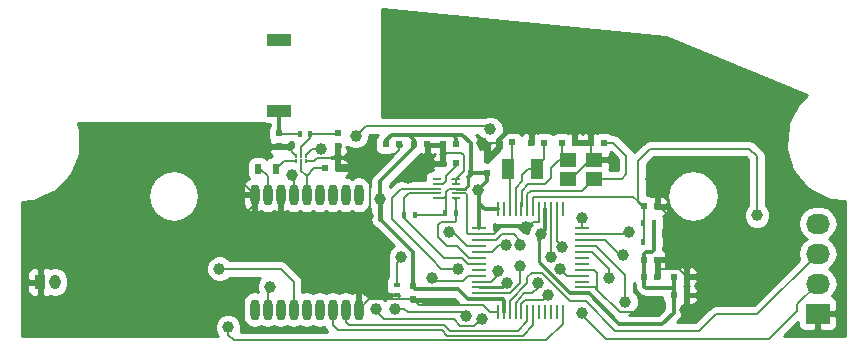
<source format=gbr>
G04 #@! TF.FileFunction,Copper,L2,Bot,Signal*
%FSLAX46Y46*%
G04 Gerber Fmt 4.6, Leading zero omitted, Abs format (unit mm)*
G04 Created by KiCad (PCBNEW 4.0.5+dfsg1-4~bpo8+1) date Wed Feb  7 22:28:11 2018*
%MOMM*%
%LPD*%
G01*
G04 APERTURE LIST*
%ADD10C,0.100000*%
%ADD11C,1.000000*%
%ADD12R,0.270000X0.325000*%
%ADD13O,0.800000X1.800000*%
%ADD14R,2.000000X1.000000*%
%ADD15R,0.950000X1.250000*%
%ADD16O,0.950000X1.250000*%
%ADD17R,0.600000X0.500000*%
%ADD18R,0.500000X0.600000*%
%ADD19R,0.500000X0.900000*%
%ADD20R,0.400000X0.600000*%
%ADD21R,0.700000X0.250000*%
%ADD22R,1.000000X1.800000*%
%ADD23R,2.032000X1.727200*%
%ADD24O,2.032000X1.727200*%
%ADD25R,0.600000X0.400000*%
%ADD26R,0.250000X1.300000*%
%ADD27R,1.300000X0.250000*%
%ADD28R,1.400000X1.200000*%
%ADD29C,0.300000*%
%ADD30C,0.200000*%
%ADD31C,0.400000*%
%ADD32C,0.600000*%
%ADD33C,0.250000*%
%ADD34C,0.350000*%
%ADD35C,0.254000*%
G04 APERTURE END LIST*
D10*
D11*
X139650000Y-123100000D03*
X138730000Y-124400000D03*
X131190000Y-119490000D03*
X133250000Y-119490000D03*
X135410000Y-119490000D03*
X137320000Y-119500000D03*
X138780000Y-118120000D03*
X141820000Y-119770000D03*
D12*
X145100000Y-112545000D03*
X144700000Y-112545000D03*
X144300000Y-112545000D03*
X144300000Y-112095000D03*
X144700000Y-112095000D03*
X145100000Y-112095000D03*
D11*
X180000000Y-110100000D03*
X178200000Y-110100000D03*
X176300000Y-110100000D03*
X137700000Y-110000000D03*
X135700000Y-110000000D03*
X133700000Y-110000000D03*
X126900000Y-111600000D03*
X126800000Y-113200000D03*
X125800000Y-115000000D03*
X122600000Y-118300000D03*
X122600000Y-120100000D03*
X124500000Y-116600000D03*
X122600000Y-116600000D03*
X127000000Y-110000000D03*
X129300000Y-110000000D03*
X172500000Y-110100000D03*
X131500000Y-110000000D03*
D13*
X140770000Y-115390000D03*
X141870000Y-115390000D03*
X142970000Y-115390000D03*
X144070000Y-115390000D03*
X145170000Y-115390000D03*
X146270000Y-115390000D03*
X147370000Y-115390000D03*
X148470000Y-115390000D03*
X149570000Y-115390000D03*
X149570000Y-125090000D03*
X148470000Y-125090000D03*
X147370000Y-125090000D03*
X146270000Y-125090000D03*
X145170000Y-125090000D03*
X144070000Y-125090000D03*
X142970000Y-125090000D03*
X141870000Y-125090000D03*
X140770000Y-125090000D03*
D14*
X142830000Y-108240000D03*
X142830000Y-102240000D03*
D15*
X122630000Y-122770000D03*
D16*
X123880000Y-122770000D03*
D17*
X173730000Y-116330000D03*
X174830000Y-116330000D03*
X173750000Y-122300000D03*
X174850000Y-122300000D03*
X162590000Y-110930000D03*
X161490000Y-110930000D03*
X165270000Y-110950000D03*
X164170000Y-110950000D03*
D18*
X147800000Y-110140000D03*
X147800000Y-111240000D03*
X142830000Y-110170000D03*
X142830000Y-111270000D03*
D17*
X146690000Y-113110000D03*
X147790000Y-113110000D03*
X157780000Y-111100000D03*
X156680000Y-111100000D03*
X151870000Y-111100000D03*
X152970000Y-111100000D03*
X154270000Y-111100000D03*
X155370000Y-111100000D03*
X157790000Y-112700000D03*
X156690000Y-112700000D03*
D19*
X142530000Y-113200000D03*
X141030000Y-113200000D03*
D20*
X174580000Y-117790000D03*
X173680000Y-117790000D03*
X145470000Y-110190000D03*
X144570000Y-110190000D03*
X156890000Y-116920000D03*
X157790000Y-116920000D03*
X154310000Y-117090000D03*
X153410000Y-117090000D03*
D21*
X156170000Y-115650000D03*
X156170000Y-115250000D03*
X156170000Y-114850000D03*
X156170000Y-114450000D03*
X156170000Y-114050000D03*
X157770000Y-114050000D03*
X157770000Y-114450000D03*
X157770000Y-114850000D03*
X157770000Y-115250000D03*
X157770000Y-115650000D03*
D22*
X164670000Y-113190000D03*
X162170000Y-113190000D03*
D23*
X188440000Y-125430000D03*
D24*
X188440000Y-122890000D03*
X188440000Y-120350000D03*
X188440000Y-117810000D03*
D18*
X154170000Y-123110000D03*
X154170000Y-124210000D03*
X160420000Y-113490000D03*
X160420000Y-112390000D03*
D17*
X176230000Y-122300000D03*
X177330000Y-122300000D03*
X166750000Y-110960000D03*
X167850000Y-110960000D03*
X170310000Y-110960000D03*
X169210000Y-110960000D03*
X177340000Y-123860000D03*
X176240000Y-123860000D03*
X174830000Y-120890000D03*
X173730000Y-120890000D03*
D20*
X173660000Y-119370000D03*
X174560000Y-119370000D03*
D25*
X152800000Y-123890000D03*
X152800000Y-122990000D03*
D26*
X161350000Y-116620000D03*
X161850000Y-116620000D03*
X162350000Y-116620000D03*
X162850000Y-116620000D03*
X163350000Y-116620000D03*
X163850000Y-116620000D03*
X164350000Y-116620000D03*
X164850000Y-116620000D03*
X165350000Y-116620000D03*
X165850000Y-116620000D03*
X166350000Y-116620000D03*
X166850000Y-116620000D03*
D27*
X168450000Y-118220000D03*
X168450000Y-118720000D03*
X168450000Y-119220000D03*
X168450000Y-119720000D03*
X168450000Y-120220000D03*
X168450000Y-120720000D03*
X168450000Y-121220000D03*
X168450000Y-121720000D03*
X168450000Y-122220000D03*
X168450000Y-122720000D03*
X168450000Y-123220000D03*
X168450000Y-123720000D03*
D26*
X166850000Y-125320000D03*
X166350000Y-125320000D03*
X165850000Y-125320000D03*
X165350000Y-125320000D03*
X164850000Y-125320000D03*
X164350000Y-125320000D03*
X163850000Y-125320000D03*
X163350000Y-125320000D03*
X162850000Y-125320000D03*
X162350000Y-125320000D03*
X161850000Y-125320000D03*
X161350000Y-125320000D03*
D27*
X159750000Y-123720000D03*
X159750000Y-123220000D03*
X159750000Y-122720000D03*
X159750000Y-122220000D03*
X159750000Y-121720000D03*
X159750000Y-121220000D03*
X159750000Y-120720000D03*
X159750000Y-120220000D03*
X159750000Y-119720000D03*
X159750000Y-119220000D03*
X159750000Y-118720000D03*
X159750000Y-118220000D03*
D28*
X167290000Y-112410000D03*
X169490000Y-112410000D03*
X167290000Y-114010000D03*
X169490000Y-114010000D03*
D11*
X163740000Y-118130000D03*
X150400000Y-117210000D03*
X150100000Y-113460000D03*
X177230000Y-125090000D03*
X174300000Y-124880000D03*
X145740000Y-123190000D03*
X153760000Y-113960000D03*
X159990000Y-111010000D03*
X171070000Y-112500000D03*
X174350000Y-114060000D03*
X141380000Y-111250000D03*
X137420000Y-123380000D03*
X127760000Y-120520000D03*
X151380000Y-115730000D03*
X165020000Y-118700000D03*
X159710000Y-114930000D03*
X137780000Y-121650000D03*
X142070000Y-123170000D03*
X183300000Y-117100000D03*
X163250000Y-121440000D03*
X168480000Y-125410000D03*
X164730000Y-122870000D03*
X158680000Y-125650000D03*
X152660000Y-125030000D03*
X151020000Y-125070000D03*
X159970000Y-125880000D03*
X165640000Y-123820000D03*
X149320000Y-110400000D03*
X160720000Y-109820000D03*
X166790000Y-119770000D03*
X138500000Y-126590000D03*
X146400000Y-111480000D03*
X143900000Y-113740000D03*
X157220000Y-118530000D03*
X171910000Y-120460000D03*
X163270000Y-119610000D03*
X168470000Y-117330000D03*
X162120000Y-122820000D03*
X172150000Y-124440000D03*
X170770000Y-122450000D03*
X172460000Y-118550000D03*
X161330000Y-121810000D03*
X155780000Y-122420000D03*
X166620000Y-121630000D03*
X165820000Y-120620000D03*
X158020000Y-121630000D03*
X162020000Y-119630000D03*
X153170000Y-120640000D03*
D29*
X142830000Y-110170000D02*
X142830000Y-108240000D01*
D30*
X144570000Y-110190000D02*
X142850000Y-110190000D01*
X142850000Y-110190000D02*
X142830000Y-110170000D01*
X158480000Y-112030000D02*
X158480000Y-113340000D01*
X158480000Y-113340000D02*
X157770000Y-114050000D01*
X163740000Y-118130000D02*
X163870000Y-118130000D01*
X164330000Y-117670000D02*
X164850000Y-117670000D01*
X163870000Y-118130000D02*
X164330000Y-117670000D01*
X159750000Y-118720000D02*
X161050000Y-118720000D01*
X161640000Y-118130000D02*
X163740000Y-118130000D01*
X161050000Y-118720000D02*
X161640000Y-118130000D01*
X157770000Y-115250000D02*
X158650000Y-115250000D01*
X158860000Y-118720000D02*
X159750000Y-118720000D01*
X158760000Y-118620000D02*
X158860000Y-118720000D01*
X158760000Y-115360000D02*
X158760000Y-118620000D01*
X158650000Y-115250000D02*
X158760000Y-115360000D01*
X145100000Y-112545000D02*
X145785000Y-112545000D01*
X145785000Y-112545000D02*
X146040000Y-112290000D01*
X146040000Y-112290000D02*
X147660000Y-112290000D01*
X147660000Y-112290000D02*
X147830000Y-112460000D01*
D31*
X161490000Y-110930000D02*
X161490000Y-110610000D01*
X161490000Y-110610000D02*
X162310000Y-109790000D01*
D32*
X160420000Y-112390000D02*
X160420000Y-111440000D01*
X160420000Y-111440000D02*
X159990000Y-111010000D01*
X161490000Y-110930000D02*
X161490000Y-111320000D01*
X161490000Y-111320000D02*
X160420000Y-112390000D01*
D30*
X159990000Y-111010000D02*
X161410000Y-111010000D01*
X161410000Y-111010000D02*
X161490000Y-110930000D01*
X152970000Y-111100000D02*
X152970000Y-111600000D01*
X151110000Y-113460000D02*
X150100000Y-113460000D01*
X152970000Y-111600000D02*
X151110000Y-113460000D01*
X150100000Y-113460000D02*
X150100000Y-113520000D01*
X150100000Y-113520000D02*
X150490000Y-113910000D01*
X150490000Y-113910000D02*
X150490000Y-116820000D01*
X150490000Y-116820000D02*
X150400000Y-117210000D01*
X149510000Y-112870000D02*
X147830000Y-112870000D01*
X150100000Y-113460000D02*
X149510000Y-112870000D01*
X156690000Y-112700000D02*
X154360000Y-112700000D01*
X154360000Y-112700000D02*
X153760000Y-113960000D01*
X150240000Y-117050000D02*
X142430000Y-117040000D01*
X150400000Y-117210000D02*
X150240000Y-117050000D01*
X152800000Y-123890000D02*
X150100000Y-123890000D01*
X150100000Y-123890000D02*
X149400000Y-123190000D01*
X164850000Y-116620000D02*
X164850000Y-117670000D01*
X168450000Y-121720000D02*
X169490000Y-121720000D01*
X169770000Y-122000000D02*
X169770000Y-123430000D01*
X169490000Y-121720000D02*
X169770000Y-122000000D01*
X168450000Y-123220000D02*
X169560000Y-123220000D01*
X177340000Y-124980000D02*
X177340000Y-123860000D01*
X177230000Y-125090000D02*
X177340000Y-124980000D01*
X173860000Y-125320000D02*
X174300000Y-124880000D01*
X171660000Y-125320000D02*
X173860000Y-125320000D01*
X169560000Y-123220000D02*
X169770000Y-123430000D01*
X169770000Y-123430000D02*
X171660000Y-125320000D01*
X177340000Y-123860000D02*
X177340000Y-122310000D01*
X177340000Y-122310000D02*
X177330000Y-122300000D01*
X149570000Y-125090000D02*
X149570000Y-123360000D01*
X149570000Y-123360000D02*
X149400000Y-123190000D01*
X149400000Y-123190000D02*
X145740000Y-123190000D01*
X154170000Y-124210000D02*
X150450000Y-124210000D01*
X150450000Y-124210000D02*
X149570000Y-125090000D01*
X156120000Y-124740000D02*
X154700000Y-124740000D01*
X154700000Y-124740000D02*
X154170000Y-124210000D01*
X161350000Y-125320000D02*
X160680000Y-125320000D01*
X160100000Y-124740000D02*
X156120000Y-124740000D01*
X160680000Y-125320000D02*
X160100000Y-124740000D01*
X167140000Y-109790000D02*
X172190000Y-109790000D01*
X172190000Y-109790000D02*
X172500000Y-110100000D01*
X174830000Y-116330000D02*
X174830000Y-114540000D01*
X174830000Y-114540000D02*
X174350000Y-114060000D01*
X174830000Y-116330000D02*
X174960000Y-116330000D01*
X174960000Y-116330000D02*
X175550000Y-116920000D01*
X175550000Y-116920000D02*
X175550000Y-121620000D01*
X174830000Y-120890000D02*
X174830000Y-121370000D01*
X176650000Y-121620000D02*
X177330000Y-122300000D01*
X175080000Y-121620000D02*
X175550000Y-121620000D01*
X175550000Y-121620000D02*
X176650000Y-121620000D01*
X174830000Y-121370000D02*
X175080000Y-121620000D01*
X174850000Y-122300000D02*
X174850000Y-120910000D01*
X174850000Y-120910000D02*
X174830000Y-120890000D01*
X157770000Y-114050000D02*
X157790000Y-114050000D01*
X158250000Y-111800000D02*
X156690000Y-111800000D01*
X158480000Y-112030000D02*
X158250000Y-111800000D01*
X163540000Y-109790000D02*
X167140000Y-109790000D01*
X167140000Y-109790000D02*
X167180000Y-109790000D01*
X167850000Y-110460000D02*
X167850000Y-110960000D01*
X167180000Y-109790000D02*
X167850000Y-110460000D01*
X161490000Y-110610000D02*
X162310000Y-109790000D01*
X162310000Y-109790000D02*
X163540000Y-109790000D01*
X164170000Y-110420000D02*
X164170000Y-110950000D01*
X163540000Y-109790000D02*
X164170000Y-110420000D01*
X157770000Y-114050000D02*
X157770000Y-114450000D01*
X169210000Y-110960000D02*
X169210000Y-112130000D01*
X167850000Y-110960000D02*
X169210000Y-110960000D01*
X155370000Y-111100000D02*
X156680000Y-111100000D01*
X156690000Y-112700000D02*
X156690000Y-111800000D01*
X156690000Y-111800000D02*
X156690000Y-111110000D01*
X156690000Y-111110000D02*
X156680000Y-111100000D01*
X157770000Y-114050000D02*
X157500000Y-114050000D01*
X140770000Y-115390000D02*
X140770000Y-116160000D01*
X140770000Y-116160000D02*
X135990000Y-120940000D01*
X135990000Y-120940000D02*
X134980000Y-120940000D01*
X140770000Y-115390000D02*
X140770000Y-116820000D01*
X140770000Y-116820000D02*
X140990000Y-117040000D01*
X140990000Y-117040000D02*
X142430000Y-117040000D01*
X142970000Y-116670000D02*
X142970000Y-115390000D01*
X142430000Y-117040000D02*
X142600000Y-117040000D01*
X142600000Y-117040000D02*
X142970000Y-116670000D01*
X141380000Y-111250000D02*
X140880000Y-111250000D01*
X139930000Y-114550000D02*
X140770000Y-115390000D01*
X139930000Y-112200000D02*
X139930000Y-114550000D01*
X140880000Y-111250000D02*
X139930000Y-112200000D01*
X142830000Y-111270000D02*
X141400000Y-111270000D01*
X141400000Y-111270000D02*
X141380000Y-111250000D01*
X142830000Y-111270000D02*
X143475000Y-111270000D01*
X143475000Y-111270000D02*
X144300000Y-112095000D01*
X147830000Y-112870000D02*
X147830000Y-112460000D01*
X147830000Y-112460000D02*
X147830000Y-111270000D01*
X147830000Y-111270000D02*
X147800000Y-111240000D01*
X134560000Y-120520000D02*
X127760000Y-120520000D01*
X137420000Y-123380000D02*
X134980000Y-120940000D01*
X134980000Y-120940000D02*
X134560000Y-120520000D01*
X127340000Y-120100000D02*
X122600000Y-120100000D01*
X127760000Y-120520000D02*
X127340000Y-120100000D01*
X170980000Y-112410000D02*
X171070000Y-112500000D01*
X169490000Y-112410000D02*
X170980000Y-112410000D01*
X167290000Y-114010000D02*
X167580000Y-114010000D01*
X167580000Y-114010000D02*
X169180000Y-112410000D01*
X169180000Y-112410000D02*
X169490000Y-112410000D01*
X169210000Y-112130000D02*
X169490000Y-112410000D01*
D29*
X161350000Y-116620000D02*
X160240000Y-116620000D01*
X160240000Y-116620000D02*
X159750000Y-116130000D01*
X159015000Y-113755000D02*
X159015000Y-113325000D01*
X159015000Y-113325000D02*
X159065000Y-113275000D01*
D33*
X157770000Y-114850000D02*
X158550000Y-114850000D01*
D29*
X158860000Y-113910000D02*
X159015000Y-113755000D01*
X159015000Y-113755000D02*
X159280000Y-113490000D01*
D33*
X158860000Y-114540000D02*
X158860000Y-113910000D01*
X158550000Y-114850000D02*
X158860000Y-114540000D01*
D29*
X160420000Y-113490000D02*
X159280000Y-113490000D01*
D30*
X159280000Y-113490000D02*
X159065000Y-113275000D01*
D34*
X158340000Y-110290000D02*
X159065000Y-111015000D01*
X159065000Y-111015000D02*
X159065000Y-113275000D01*
X157350000Y-110290000D02*
X158340000Y-110290000D01*
X151380000Y-115730000D02*
X151380000Y-115110000D01*
D29*
X159750000Y-118220000D02*
X159750000Y-116130000D01*
X159750000Y-116130000D02*
X159750000Y-114970000D01*
D30*
X159750000Y-114970000D02*
X159710000Y-114930000D01*
D29*
X154170000Y-123110000D02*
X154170000Y-120230000D01*
X154170000Y-120230000D02*
X151380000Y-117440000D01*
X173730000Y-120890000D02*
X173730000Y-120370000D01*
X173860000Y-120240000D02*
X174380000Y-120240000D01*
X173730000Y-120370000D02*
X173860000Y-120240000D01*
D30*
X154310000Y-117090000D02*
X156720000Y-117090000D01*
X156720000Y-117090000D02*
X156890000Y-116920000D01*
X156950000Y-115520000D02*
X156950000Y-116860000D01*
X156950000Y-116860000D02*
X156890000Y-116920000D01*
X156170000Y-115650000D02*
X156820000Y-115650000D01*
X157210000Y-114850000D02*
X157770000Y-114850000D01*
X156950000Y-115110000D02*
X157210000Y-114850000D01*
X156950000Y-115520000D02*
X156950000Y-115110000D01*
X156820000Y-115650000D02*
X156950000Y-115520000D01*
D29*
X174560000Y-119370000D02*
X174560000Y-117810000D01*
X174560000Y-117810000D02*
X174580000Y-117790000D01*
X174380000Y-120240000D02*
X174560000Y-120060000D01*
X174560000Y-120060000D02*
X174560000Y-119370000D01*
X173750000Y-122300000D02*
X173750000Y-120910000D01*
X173750000Y-120910000D02*
X173730000Y-120890000D01*
X168450000Y-123720000D02*
X167480000Y-123720000D01*
D33*
X164870000Y-121100000D02*
X167110000Y-123340000D01*
X164870000Y-119220000D02*
X164870000Y-121100000D01*
D29*
X165020000Y-119070000D02*
X164870000Y-119220000D01*
X165020000Y-118700000D02*
X165020000Y-119070000D01*
D33*
X167480000Y-123720000D02*
X167110000Y-123350000D01*
X167110000Y-123350000D02*
X167110000Y-123340000D01*
D34*
X160420000Y-113490000D02*
X160420000Y-114220000D01*
X160420000Y-114220000D02*
X159710000Y-114930000D01*
D31*
X151380000Y-115730000D02*
X151380000Y-117440000D01*
D29*
X176240000Y-123860000D02*
X176240000Y-123430000D01*
D30*
X176240000Y-123430000D02*
X176090000Y-123280000D01*
X154270000Y-111100000D02*
X154270000Y-111350000D01*
D34*
X154270000Y-111350000D02*
X151380000Y-114240000D01*
X151380000Y-114240000D02*
X151380000Y-115110000D01*
D30*
X154170000Y-123110000D02*
X154170000Y-122990000D01*
D29*
X165350000Y-116620000D02*
X165350000Y-118370000D01*
D30*
X165350000Y-118370000D02*
X165020000Y-118700000D01*
X159710000Y-115020000D02*
X159700000Y-115020000D01*
X159700000Y-115020000D02*
X160420000Y-114300000D01*
X160420000Y-114300000D02*
X160420000Y-113490000D01*
X159710000Y-114930000D02*
X159710000Y-115020000D01*
D29*
X168450000Y-123720000D02*
X169050000Y-123720000D01*
X169050000Y-123720000D02*
X171650000Y-126320000D01*
X176240000Y-125350000D02*
X176240000Y-123860000D01*
X175270000Y-126320000D02*
X176240000Y-125350000D01*
X171650000Y-126320000D02*
X175270000Y-126320000D01*
D34*
X160880000Y-124240000D02*
X158850000Y-124240000D01*
X157990000Y-123380000D02*
X154380000Y-123380000D01*
X158850000Y-124240000D02*
X157990000Y-123380000D01*
X154380000Y-123380000D02*
X154360000Y-123360000D01*
X161850000Y-125320000D02*
X161850000Y-124330000D01*
X161760000Y-124240000D02*
X160880000Y-124240000D01*
X161850000Y-124330000D02*
X161760000Y-124240000D01*
D30*
X174580000Y-117790000D02*
X174580000Y-119350000D01*
X174580000Y-119350000D02*
X174560000Y-119370000D01*
X174560000Y-119370000D02*
X174560000Y-120060000D01*
X173730000Y-120890000D02*
X173730000Y-122280000D01*
X173730000Y-122280000D02*
X173750000Y-122300000D01*
D29*
X176230000Y-123280000D02*
X176090000Y-123280000D01*
X176230000Y-122300000D02*
X176230000Y-123280000D01*
D30*
X176090000Y-123280000D02*
X176050000Y-123280000D01*
D29*
X176050000Y-123280000D02*
X176030000Y-123260000D01*
X173750000Y-122300000D02*
X173750000Y-123150000D01*
X173750000Y-123150000D02*
X173860000Y-123260000D01*
X173860000Y-123260000D02*
X176030000Y-123260000D01*
D30*
X176030000Y-123260000D02*
X176110000Y-123180000D01*
D34*
X153830000Y-110290000D02*
X157350000Y-110290000D01*
D30*
X157350000Y-110290000D02*
X157380000Y-110290000D01*
D34*
X157780000Y-110690000D02*
X157780000Y-111100000D01*
D30*
X157380000Y-110290000D02*
X157780000Y-110690000D01*
D34*
X151870000Y-111100000D02*
X151870000Y-110770000D01*
X154270000Y-110730000D02*
X154270000Y-111100000D01*
X153830000Y-110290000D02*
X154270000Y-110730000D01*
X152350000Y-110290000D02*
X153830000Y-110290000D01*
X151870000Y-110770000D02*
X152350000Y-110290000D01*
D30*
X144070000Y-125090000D02*
X144070000Y-122750000D01*
X142970000Y-121650000D02*
X137780000Y-121650000D01*
X144070000Y-122750000D02*
X142970000Y-121650000D01*
X162360000Y-116340000D02*
X162360000Y-113380000D01*
X162360000Y-113380000D02*
X162170000Y-113190000D01*
X162590000Y-110930000D02*
X162590000Y-112770000D01*
X162590000Y-112770000D02*
X162170000Y-113190000D01*
X162850000Y-116620000D02*
X162850000Y-114800000D01*
X163880000Y-113190000D02*
X164670000Y-113190000D01*
X163400000Y-113670000D02*
X163880000Y-113190000D01*
X163400000Y-114250000D02*
X163400000Y-113670000D01*
X162850000Y-114800000D02*
X163400000Y-114250000D01*
X164670000Y-113190000D02*
X164670000Y-113300000D01*
X164670000Y-113190000D02*
X164670000Y-112970000D01*
X164670000Y-112970000D02*
X165270000Y-112370000D01*
X165270000Y-112370000D02*
X165270000Y-110950000D01*
X144700000Y-112095000D02*
X144700000Y-111340000D01*
X145470000Y-110570000D02*
X145470000Y-110190000D01*
X144700000Y-111340000D02*
X145470000Y-110570000D01*
X145470000Y-110190000D02*
X147750000Y-110190000D01*
X147750000Y-110190000D02*
X147800000Y-110140000D01*
X141870000Y-123370000D02*
X141870000Y-125090000D01*
X142070000Y-123170000D02*
X141870000Y-123370000D01*
X164380000Y-115550000D02*
X172830000Y-115550000D01*
X172830000Y-115550000D02*
X173215000Y-115935000D01*
X173730000Y-116330000D02*
X173610000Y-116330000D01*
X173610000Y-116330000D02*
X173215000Y-115935000D01*
X173215000Y-112495000D02*
X173215000Y-115935000D01*
X183300000Y-117100000D02*
X183300000Y-112130000D01*
X183300000Y-112130000D02*
X182650000Y-111480000D01*
X182650000Y-111480000D02*
X174230000Y-111480000D01*
X174230000Y-111480000D02*
X173215000Y-112495000D01*
X173215000Y-115935000D02*
X173215000Y-115975000D01*
X173215000Y-115975000D02*
X173260000Y-116020000D01*
X173260000Y-116020000D02*
X173260000Y-115980000D01*
X173260000Y-115980000D02*
X173680000Y-116400000D01*
X173730000Y-117850000D02*
X173730000Y-116450000D01*
X173730000Y-116450000D02*
X173680000Y-116400000D01*
X173730000Y-117850000D02*
X173730000Y-119300000D01*
X173730000Y-119300000D02*
X173660000Y-119370000D01*
X173680000Y-117800000D02*
X173730000Y-117850000D01*
X164350000Y-115580000D02*
X164380000Y-115550000D01*
X164350000Y-116620000D02*
X164350000Y-115580000D01*
X163270000Y-121420000D02*
X163250000Y-121440000D01*
X159750000Y-123720000D02*
X162380000Y-123720000D01*
X163270000Y-122830000D02*
X162380000Y-123720000D01*
X163270000Y-121420000D02*
X163270000Y-122830000D01*
X168480000Y-125410000D02*
X168480000Y-125540000D01*
X184990000Y-126930000D02*
X184990000Y-126940000D01*
X184330000Y-127590000D02*
X184990000Y-126930000D01*
X170530000Y-127590000D02*
X184330000Y-127590000D01*
X168480000Y-125540000D02*
X170530000Y-127590000D01*
X186720000Y-124610000D02*
X188440000Y-122890000D01*
X186720000Y-125210000D02*
X186720000Y-124610000D01*
X184990000Y-126940000D02*
X186720000Y-125210000D01*
D33*
X187530000Y-122890000D02*
X188440000Y-122890000D01*
D30*
X168795000Y-124385000D02*
X167455000Y-124385000D01*
X167455000Y-124385000D02*
X166950000Y-123880000D01*
X165055000Y-121985000D02*
X166950000Y-123880000D01*
X165055000Y-121985000D02*
X165040000Y-121970000D01*
X162350000Y-125320000D02*
X162350000Y-124390000D01*
X162350000Y-124390000D02*
X163860000Y-122880000D01*
X163860000Y-122880000D02*
X163860000Y-122350000D01*
X163860000Y-122350000D02*
X164240000Y-121970000D01*
X164240000Y-121970000D02*
X165040000Y-121970000D01*
X188440000Y-120350000D02*
X183330000Y-125460000D01*
X168795000Y-124385000D02*
X171310000Y-126900000D01*
X171310000Y-126900000D02*
X178360000Y-126900000D01*
X183330000Y-125460000D02*
X179800000Y-125460000D01*
X179800000Y-125460000D02*
X178360000Y-126900000D01*
X152660000Y-125030000D02*
X153430000Y-125030000D01*
X153730000Y-125330000D02*
X158360000Y-125330000D01*
X153430000Y-125030000D02*
X153730000Y-125330000D01*
X158360000Y-125330000D02*
X158680000Y-125650000D01*
X163583112Y-123724044D02*
X164275956Y-123724044D01*
X162850000Y-124500000D02*
X163583112Y-123724044D01*
X162850000Y-125320000D02*
X162850000Y-124500000D01*
X164275956Y-123724044D02*
X164730000Y-123270000D01*
X164730000Y-123270000D02*
X164730000Y-122870000D01*
X158360000Y-125330000D02*
X158680000Y-125650000D01*
X158160000Y-126480000D02*
X159370000Y-126480000D01*
X159370000Y-126480000D02*
X159970000Y-125880000D01*
X151020000Y-125250000D02*
X151690000Y-125920000D01*
X151690000Y-125920000D02*
X157600000Y-125920000D01*
X157600000Y-125920000D02*
X158160000Y-126480000D01*
X151020000Y-125070000D02*
X151020000Y-125250000D01*
X163350000Y-125320000D02*
X163350000Y-124610000D01*
X163350000Y-124610000D02*
X163680000Y-124280000D01*
X163680000Y-124280000D02*
X165180000Y-124280000D01*
X165180000Y-124280000D02*
X165640000Y-123820000D01*
X149320000Y-110400000D02*
X149380000Y-110400000D01*
X149380000Y-110400000D02*
X150230000Y-109550000D01*
X150230000Y-109550000D02*
X160400000Y-109550000D01*
X160400000Y-109550000D02*
X160720000Y-109820000D01*
X166350000Y-116620000D02*
X166350000Y-119330000D01*
X166350000Y-119330000D02*
X166790000Y-119770000D01*
X166850000Y-125320000D02*
X166850000Y-126300000D01*
X138500000Y-127210000D02*
X138500000Y-126590000D01*
X139000000Y-127710000D02*
X138500000Y-127210000D01*
X165440000Y-127710000D02*
X139000000Y-127710000D01*
X166850000Y-126300000D02*
X165440000Y-127710000D01*
X145100000Y-112095000D02*
X145100000Y-111990000D01*
X145100000Y-111990000D02*
X145610000Y-111480000D01*
X145610000Y-111480000D02*
X146400000Y-111480000D01*
X143900000Y-113740000D02*
X144070000Y-113910000D01*
X144070000Y-113910000D02*
X144070000Y-115390000D01*
X145170000Y-115390000D02*
X145170000Y-113750000D01*
X145810000Y-113110000D02*
X146690000Y-113110000D01*
X145170000Y-113750000D02*
X145810000Y-113110000D01*
X144700000Y-112545000D02*
X144700000Y-113340000D01*
X144700000Y-113340000D02*
X145100000Y-113740000D01*
X145100000Y-113740000D02*
X145170000Y-113810000D01*
X145170000Y-113810000D02*
X145170000Y-115390000D01*
X144990000Y-115210000D02*
X145170000Y-115390000D01*
X145170000Y-115390000D02*
X145170000Y-114700000D01*
X158780000Y-119720000D02*
X158760000Y-119720000D01*
X157570000Y-118530000D02*
X157220000Y-118530000D01*
X158760000Y-119720000D02*
X157570000Y-118530000D01*
X157210000Y-118520000D02*
X157220000Y-118530000D01*
X159750000Y-119720000D02*
X158780000Y-119720000D01*
X171910000Y-120460000D02*
X171660000Y-120460000D01*
X171660000Y-120460000D02*
X170420000Y-119220000D01*
X168450000Y-119220000D02*
X170420000Y-119220000D01*
X159750000Y-119220000D02*
X161190000Y-119220000D01*
X162720000Y-118700000D02*
X163270000Y-119250000D01*
X161710000Y-118700000D02*
X162720000Y-118700000D01*
X161190000Y-119220000D02*
X161710000Y-118700000D01*
X163270000Y-119250000D02*
X163270000Y-119610000D01*
X163270000Y-119250000D02*
X163270000Y-119610000D01*
X168450000Y-118220000D02*
X168450000Y-117350000D01*
X168450000Y-117350000D02*
X168470000Y-117330000D01*
D33*
X159750000Y-123220000D02*
X161720000Y-123220000D01*
X161720000Y-123220000D02*
X162120000Y-122820000D01*
X162040000Y-122900000D02*
X162120000Y-122820000D01*
D30*
X147370000Y-125090000D02*
X147370000Y-126420000D01*
X164350000Y-126390000D02*
X164350000Y-125320000D01*
X163450000Y-127290000D02*
X164350000Y-126390000D01*
X157050000Y-127290000D02*
X163450000Y-127290000D01*
X156610000Y-126850000D02*
X157050000Y-127290000D01*
X147800000Y-126850000D02*
X156610000Y-126850000D01*
X147370000Y-126420000D02*
X147800000Y-126850000D01*
X163850000Y-125320000D02*
X163850000Y-126100000D01*
X163060002Y-126889998D02*
X157289998Y-126889998D01*
X163850000Y-126100000D02*
X163060002Y-126889998D01*
X148470000Y-126150000D02*
X148470000Y-125090000D01*
X148720000Y-126400000D02*
X148470000Y-126150000D01*
X156800000Y-126400000D02*
X148720000Y-126400000D01*
X157289998Y-126889998D02*
X156800000Y-126400000D01*
X168450000Y-119720000D02*
X169670000Y-119720000D01*
X169670000Y-119720000D02*
X172150000Y-122200000D01*
X172150000Y-122200000D02*
X172150000Y-124440000D01*
X168450000Y-120220000D02*
X169340000Y-120220000D01*
X170770000Y-121650000D02*
X170770000Y-122450000D01*
X169340000Y-120220000D02*
X170770000Y-121650000D01*
X168450000Y-118720000D02*
X172290000Y-118720000D01*
X172290000Y-118720000D02*
X172460000Y-118550000D01*
X159750000Y-122720000D02*
X160790000Y-122720000D01*
X161330000Y-122180000D02*
X161330000Y-121810000D01*
X160790000Y-122720000D02*
X161330000Y-122180000D01*
X159750000Y-122220000D02*
X158810000Y-122220000D01*
X156030000Y-122670000D02*
X155780000Y-122420000D01*
X158360000Y-122670000D02*
X156030000Y-122670000D01*
X158810000Y-122220000D02*
X158360000Y-122670000D01*
X142530000Y-113200000D02*
X142610000Y-113200000D01*
X142610000Y-113200000D02*
X143265000Y-112545000D01*
X143265000Y-112545000D02*
X144300000Y-112545000D01*
X141030000Y-113200000D02*
X141250000Y-113200000D01*
X141250000Y-113200000D02*
X141870000Y-113820000D01*
X141870000Y-113820000D02*
X141870000Y-115390000D01*
X156170000Y-114450000D02*
X156750000Y-114450000D01*
X156960000Y-113760000D02*
X157790000Y-112930000D01*
X156960000Y-114240000D02*
X156960000Y-113760000D01*
X156750000Y-114450000D02*
X156960000Y-114240000D01*
X157790000Y-112930000D02*
X157790000Y-112700000D01*
X156880000Y-117680000D02*
X156560000Y-117680000D01*
X157930000Y-119730000D02*
X158420000Y-120220000D01*
X157060000Y-119730000D02*
X157930000Y-119730000D01*
X156280000Y-118950000D02*
X157060000Y-119730000D01*
X156280000Y-117960000D02*
X156280000Y-118950000D01*
X156560000Y-117680000D02*
X156280000Y-117960000D01*
X159750000Y-120720000D02*
X158920000Y-120720000D01*
X158920000Y-120720000D02*
X158420000Y-120220000D01*
X157790000Y-117610000D02*
X157790000Y-116920000D01*
X157720000Y-117680000D02*
X157790000Y-117610000D01*
X156880000Y-117680000D02*
X157720000Y-117680000D01*
X157770000Y-115650000D02*
X157770000Y-116900000D01*
X157770000Y-116900000D02*
X157790000Y-116920000D01*
X157770000Y-115650000D02*
X157610000Y-115650000D01*
D33*
X157770000Y-115650000D02*
X157680000Y-115650000D01*
D30*
X158340000Y-120705688D02*
X156755688Y-120705688D01*
X156755688Y-120705688D02*
X156462844Y-120412844D01*
X156000000Y-119960000D02*
X156010000Y-119960000D01*
X156010000Y-119960000D02*
X156462844Y-120412844D01*
X159750000Y-121220000D02*
X158854312Y-121220000D01*
X158854312Y-121220000D02*
X158340000Y-120705688D01*
X153410000Y-117090000D02*
X153410000Y-117370000D01*
X153410000Y-117370000D02*
X156000000Y-119960000D01*
X153410000Y-117090000D02*
X153410000Y-117260000D01*
X156170000Y-115250000D02*
X153810000Y-115250000D01*
X153410000Y-115650000D02*
X153410000Y-117090000D01*
X153810000Y-115250000D02*
X153410000Y-115650000D01*
X168450000Y-122220000D02*
X167210000Y-122220000D01*
X167210000Y-122220000D02*
X166620000Y-121630000D01*
X155695000Y-120765000D02*
X155705000Y-120765000D01*
X156570000Y-121630000D02*
X158020000Y-121630000D01*
X155705000Y-120765000D02*
X156570000Y-121630000D01*
X165850000Y-116620000D02*
X165850000Y-120590000D01*
X165850000Y-120590000D02*
X165820000Y-120620000D01*
X165850000Y-120590000D02*
X165820000Y-120620000D01*
X152350000Y-115630000D02*
X152350000Y-117420000D01*
X153130000Y-114850000D02*
X152350000Y-115630000D01*
X153130000Y-114850000D02*
X156170000Y-114850000D01*
X155695000Y-120765000D02*
X152350000Y-117420000D01*
X165820000Y-120620000D02*
X165870000Y-116640000D01*
X165870000Y-116640000D02*
X165850000Y-116620000D01*
X165315000Y-114495000D02*
X163885000Y-114495000D01*
X163360000Y-115020000D02*
X163360000Y-115600000D01*
X163885000Y-114495000D02*
X163360000Y-115020000D01*
X163360000Y-115600000D02*
X163360000Y-116340000D01*
X165840000Y-113970000D02*
X165315000Y-114495000D01*
X165840000Y-113100000D02*
X165840000Y-113970000D01*
X166530000Y-112410000D02*
X165840000Y-113100000D01*
X167290000Y-112410000D02*
X166530000Y-112410000D01*
X167290000Y-112410000D02*
X167070000Y-112410000D01*
X167070000Y-112410000D02*
X166750000Y-112090000D01*
X166750000Y-112090000D02*
X166750000Y-110960000D01*
X171830000Y-114010000D02*
X169490000Y-114010000D01*
X163850000Y-116620000D02*
X163850000Y-115330000D01*
X163850000Y-115330000D02*
X164150000Y-115030000D01*
X164150000Y-115030000D02*
X168470000Y-115030000D01*
X168470000Y-115030000D02*
X169490000Y-114010000D01*
X170140000Y-114010000D02*
X169490000Y-114010000D01*
X172240000Y-113600000D02*
X171830000Y-114010000D01*
X172240000Y-112080000D02*
X172240000Y-113600000D01*
X171120000Y-110960000D02*
X172240000Y-112080000D01*
X170310000Y-110960000D02*
X171120000Y-110960000D01*
X170310000Y-110960000D02*
X170310000Y-111030000D01*
X153170000Y-120640000D02*
X153170000Y-120770000D01*
X152800000Y-121140000D02*
X152800000Y-122990000D01*
X153170000Y-120770000D02*
X152800000Y-121140000D01*
X159750000Y-120220000D02*
X160850000Y-120220000D01*
X161440000Y-119630000D02*
X162020000Y-119630000D01*
X160850000Y-120220000D02*
X161440000Y-119630000D01*
X152800000Y-122990000D02*
X153020000Y-122990000D01*
D35*
G36*
X175583727Y-101979897D02*
X187550529Y-106936709D01*
X186914126Y-107515412D01*
X186842190Y-107612739D01*
X186766659Y-107707285D01*
X185959433Y-109266537D01*
X185897737Y-109480000D01*
X185885222Y-109523302D01*
X185736143Y-111272773D01*
X185765840Y-111538392D01*
X186297603Y-113211744D01*
X186426687Y-113445779D01*
X187558335Y-114788258D01*
X187725545Y-114921838D01*
X187767155Y-114955079D01*
X189326407Y-115762305D01*
X189583171Y-115836516D01*
X190705804Y-115932180D01*
X190705804Y-127349399D01*
X185620047Y-127349399D01*
X186789000Y-126180447D01*
X186789000Y-126419910D01*
X186885673Y-126653299D01*
X187064302Y-126831927D01*
X187297691Y-126928600D01*
X188154250Y-126928600D01*
X188313000Y-126769850D01*
X188313000Y-125557000D01*
X188567000Y-125557000D01*
X188567000Y-126769850D01*
X188725750Y-126928600D01*
X189582309Y-126928600D01*
X189815698Y-126831927D01*
X189994327Y-126653299D01*
X190091000Y-126419910D01*
X190091000Y-125715750D01*
X189932250Y-125557000D01*
X188567000Y-125557000D01*
X188313000Y-125557000D01*
X188293000Y-125557000D01*
X188293000Y-125303000D01*
X188313000Y-125303000D01*
X188313000Y-125283000D01*
X188567000Y-125283000D01*
X188567000Y-125303000D01*
X189932250Y-125303000D01*
X190091000Y-125144250D01*
X190091000Y-124440090D01*
X189994327Y-124206701D01*
X189815698Y-124028073D01*
X189662220Y-123964500D01*
X189684415Y-123949670D01*
X190009271Y-123463489D01*
X190123345Y-122890000D01*
X190009271Y-122316511D01*
X189684415Y-121830330D01*
X189369634Y-121620000D01*
X189684415Y-121409670D01*
X190009271Y-120923489D01*
X190123345Y-120350000D01*
X190009271Y-119776511D01*
X189684415Y-119290330D01*
X189369634Y-119080000D01*
X189684415Y-118869670D01*
X190009271Y-118383489D01*
X190123345Y-117810000D01*
X190009271Y-117236511D01*
X189684415Y-116750330D01*
X189198234Y-116425474D01*
X188624745Y-116311400D01*
X188255255Y-116311400D01*
X187681766Y-116425474D01*
X187195585Y-116750330D01*
X186870729Y-117236511D01*
X186756655Y-117810000D01*
X186870729Y-118383489D01*
X187195585Y-118869670D01*
X187510366Y-119080000D01*
X187195585Y-119290330D01*
X186870729Y-119776511D01*
X186756655Y-120350000D01*
X186863485Y-120887069D01*
X183025554Y-124725000D01*
X179800000Y-124725000D01*
X179518728Y-124780949D01*
X179280277Y-124940276D01*
X178055554Y-126165000D01*
X176535158Y-126165000D01*
X176795079Y-125905079D01*
X176965245Y-125650407D01*
X177025000Y-125350000D01*
X177025000Y-124745000D01*
X177054250Y-124745000D01*
X177213000Y-124586250D01*
X177213000Y-123985000D01*
X177467000Y-123985000D01*
X177467000Y-124586250D01*
X177625750Y-124745000D01*
X177766309Y-124745000D01*
X177999698Y-124648327D01*
X178178327Y-124469699D01*
X178275000Y-124236310D01*
X178275000Y-124143750D01*
X178116250Y-123985000D01*
X177467000Y-123985000D01*
X177213000Y-123985000D01*
X177193000Y-123985000D01*
X177193000Y-123735000D01*
X177213000Y-123735000D01*
X177213000Y-123133750D01*
X177154250Y-123075000D01*
X177203000Y-123026250D01*
X177203000Y-122425000D01*
X177457000Y-122425000D01*
X177457000Y-123026250D01*
X177515750Y-123085000D01*
X177467000Y-123133750D01*
X177467000Y-123735000D01*
X178116250Y-123735000D01*
X178275000Y-123576250D01*
X178275000Y-123483690D01*
X178178327Y-123250301D01*
X178003025Y-123075000D01*
X178168327Y-122909699D01*
X178265000Y-122676310D01*
X178265000Y-122583750D01*
X178106250Y-122425000D01*
X177457000Y-122425000D01*
X177203000Y-122425000D01*
X177183000Y-122425000D01*
X177183000Y-122175000D01*
X177203000Y-122175000D01*
X177203000Y-121573750D01*
X177457000Y-121573750D01*
X177457000Y-122175000D01*
X178106250Y-122175000D01*
X178265000Y-122016250D01*
X178265000Y-121923690D01*
X178168327Y-121690301D01*
X177989698Y-121511673D01*
X177756309Y-121415000D01*
X177615750Y-121415000D01*
X177457000Y-121573750D01*
X177203000Y-121573750D01*
X177044250Y-121415000D01*
X176903691Y-121415000D01*
X176792717Y-121460967D01*
X176781890Y-121453569D01*
X176530000Y-121402560D01*
X175930000Y-121402560D01*
X175694683Y-121446838D01*
X175688602Y-121450751D01*
X175765000Y-121266310D01*
X175765000Y-121173750D01*
X175606250Y-121015000D01*
X174957000Y-121015000D01*
X174957000Y-121616250D01*
X174977000Y-121636250D01*
X174977000Y-122175000D01*
X174997000Y-122175000D01*
X174997000Y-122425000D01*
X174977000Y-122425000D01*
X174977000Y-122447000D01*
X174723000Y-122447000D01*
X174723000Y-122425000D01*
X174703000Y-122425000D01*
X174703000Y-122175000D01*
X174723000Y-122175000D01*
X174723000Y-121573750D01*
X174703000Y-121553750D01*
X174703000Y-121015000D01*
X174683000Y-121015000D01*
X174683000Y-120963512D01*
X174935079Y-120795079D01*
X174965158Y-120765000D01*
X175606250Y-120765000D01*
X175765000Y-120606250D01*
X175765000Y-120513690D01*
X175668327Y-120280301D01*
X175489698Y-120101673D01*
X175345000Y-120041737D01*
X175345000Y-119938620D01*
X175356431Y-119921890D01*
X175407440Y-119670000D01*
X175407440Y-119070000D01*
X175363162Y-118834683D01*
X175345000Y-118806458D01*
X175345000Y-118387891D01*
X175376431Y-118341890D01*
X175427440Y-118090000D01*
X175427440Y-117490000D01*
X175383162Y-117254683D01*
X175336305Y-117181865D01*
X175489698Y-117118327D01*
X175668327Y-116939699D01*
X175765000Y-116706310D01*
X175765000Y-116613750D01*
X175606250Y-116455000D01*
X174957000Y-116455000D01*
X174957000Y-116477000D01*
X174703000Y-116477000D01*
X174703000Y-116455000D01*
X174683000Y-116455000D01*
X174683000Y-116205000D01*
X174703000Y-116205000D01*
X174703000Y-115603750D01*
X174957000Y-115603750D01*
X174957000Y-116205000D01*
X175606250Y-116205000D01*
X175765000Y-116046250D01*
X175765000Y-115953690D01*
X175668327Y-115720301D01*
X175489698Y-115541673D01*
X175369193Y-115491758D01*
X175705804Y-115491758D01*
X175872127Y-116327921D01*
X176345776Y-117036786D01*
X177054641Y-117510435D01*
X177890804Y-117676758D01*
X178726967Y-117510435D01*
X179435832Y-117036786D01*
X179909481Y-116327921D01*
X180075804Y-115491758D01*
X179909481Y-114655595D01*
X179435832Y-113946730D01*
X178726967Y-113473081D01*
X177890804Y-113306758D01*
X177054641Y-113473081D01*
X176345776Y-113946730D01*
X175872127Y-114655595D01*
X175705804Y-115491758D01*
X175369193Y-115491758D01*
X175256309Y-115445000D01*
X175115750Y-115445000D01*
X174957000Y-115603750D01*
X174703000Y-115603750D01*
X174544250Y-115445000D01*
X174403691Y-115445000D01*
X174292717Y-115490967D01*
X174281890Y-115483569D01*
X174030000Y-115432560D01*
X173950000Y-115432560D01*
X173950000Y-112799446D01*
X174534447Y-112215000D01*
X182345554Y-112215000D01*
X182565000Y-112434447D01*
X182565000Y-116229985D01*
X182338355Y-116456235D01*
X182165197Y-116873244D01*
X182164803Y-117324775D01*
X182337233Y-117742086D01*
X182656235Y-118061645D01*
X183073244Y-118234803D01*
X183524775Y-118235197D01*
X183942086Y-118062767D01*
X184261645Y-117743765D01*
X184434803Y-117326756D01*
X184435197Y-116875225D01*
X184262767Y-116457914D01*
X184035000Y-116229749D01*
X184035000Y-112130000D01*
X183979051Y-111848728D01*
X183964032Y-111826250D01*
X183819724Y-111610277D01*
X183169723Y-110960277D01*
X182931272Y-110800949D01*
X182650000Y-110745000D01*
X174230000Y-110745000D01*
X173948728Y-110800949D01*
X173710277Y-110960276D01*
X172900135Y-111770419D01*
X172896515Y-111765000D01*
X172759723Y-111560276D01*
X171639723Y-110440277D01*
X171401272Y-110280949D01*
X171120000Y-110225000D01*
X171024975Y-110225000D01*
X170861890Y-110113569D01*
X170610000Y-110062560D01*
X170010000Y-110062560D01*
X169774683Y-110106838D01*
X169750594Y-110122339D01*
X169636309Y-110075000D01*
X169495750Y-110075000D01*
X169337000Y-110233750D01*
X169337000Y-110835000D01*
X169357000Y-110835000D01*
X169357000Y-111085000D01*
X169337000Y-111085000D01*
X169337000Y-111107000D01*
X169083000Y-111107000D01*
X169083000Y-111085000D01*
X167977000Y-111085000D01*
X167977000Y-111107000D01*
X167723000Y-111107000D01*
X167723000Y-111085000D01*
X167703000Y-111085000D01*
X167703000Y-110835000D01*
X167723000Y-110835000D01*
X167723000Y-110233750D01*
X167977000Y-110233750D01*
X167977000Y-110835000D01*
X169083000Y-110835000D01*
X169083000Y-110233750D01*
X168924250Y-110075000D01*
X168783691Y-110075000D01*
X168550302Y-110171673D01*
X168530000Y-110191975D01*
X168509698Y-110171673D01*
X168276309Y-110075000D01*
X168135750Y-110075000D01*
X167977000Y-110233750D01*
X167723000Y-110233750D01*
X167564250Y-110075000D01*
X167423691Y-110075000D01*
X167312717Y-110120967D01*
X167301890Y-110113569D01*
X167050000Y-110062560D01*
X166450000Y-110062560D01*
X166214683Y-110106838D01*
X166014861Y-110235420D01*
X165821890Y-110103569D01*
X165570000Y-110052560D01*
X164970000Y-110052560D01*
X164734683Y-110096838D01*
X164710594Y-110112339D01*
X164596309Y-110065000D01*
X164455750Y-110065000D01*
X164297000Y-110223750D01*
X164297000Y-110825000D01*
X164317000Y-110825000D01*
X164317000Y-111075000D01*
X164297000Y-111075000D01*
X164297000Y-111097000D01*
X164043000Y-111097000D01*
X164043000Y-111075000D01*
X164023000Y-111075000D01*
X164023000Y-110825000D01*
X164043000Y-110825000D01*
X164043000Y-110223750D01*
X163884250Y-110065000D01*
X163743691Y-110065000D01*
X163510302Y-110161673D01*
X163389064Y-110282910D01*
X163354090Y-110228559D01*
X163141890Y-110083569D01*
X162890000Y-110032560D01*
X162290000Y-110032560D01*
X162054683Y-110076838D01*
X162030594Y-110092339D01*
X161916309Y-110045000D01*
X161854805Y-110045000D01*
X161855197Y-109595225D01*
X161682767Y-109177914D01*
X161363765Y-108858355D01*
X160946756Y-108685197D01*
X160495225Y-108684803D01*
X160180125Y-108815000D01*
X151537000Y-108815000D01*
X151537000Y-99685346D01*
X175583727Y-101979897D01*
X175583727Y-101979897D01*
G37*
X175583727Y-101979897D02*
X187550529Y-106936709D01*
X186914126Y-107515412D01*
X186842190Y-107612739D01*
X186766659Y-107707285D01*
X185959433Y-109266537D01*
X185897737Y-109480000D01*
X185885222Y-109523302D01*
X185736143Y-111272773D01*
X185765840Y-111538392D01*
X186297603Y-113211744D01*
X186426687Y-113445779D01*
X187558335Y-114788258D01*
X187725545Y-114921838D01*
X187767155Y-114955079D01*
X189326407Y-115762305D01*
X189583171Y-115836516D01*
X190705804Y-115932180D01*
X190705804Y-127349399D01*
X185620047Y-127349399D01*
X186789000Y-126180447D01*
X186789000Y-126419910D01*
X186885673Y-126653299D01*
X187064302Y-126831927D01*
X187297691Y-126928600D01*
X188154250Y-126928600D01*
X188313000Y-126769850D01*
X188313000Y-125557000D01*
X188567000Y-125557000D01*
X188567000Y-126769850D01*
X188725750Y-126928600D01*
X189582309Y-126928600D01*
X189815698Y-126831927D01*
X189994327Y-126653299D01*
X190091000Y-126419910D01*
X190091000Y-125715750D01*
X189932250Y-125557000D01*
X188567000Y-125557000D01*
X188313000Y-125557000D01*
X188293000Y-125557000D01*
X188293000Y-125303000D01*
X188313000Y-125303000D01*
X188313000Y-125283000D01*
X188567000Y-125283000D01*
X188567000Y-125303000D01*
X189932250Y-125303000D01*
X190091000Y-125144250D01*
X190091000Y-124440090D01*
X189994327Y-124206701D01*
X189815698Y-124028073D01*
X189662220Y-123964500D01*
X189684415Y-123949670D01*
X190009271Y-123463489D01*
X190123345Y-122890000D01*
X190009271Y-122316511D01*
X189684415Y-121830330D01*
X189369634Y-121620000D01*
X189684415Y-121409670D01*
X190009271Y-120923489D01*
X190123345Y-120350000D01*
X190009271Y-119776511D01*
X189684415Y-119290330D01*
X189369634Y-119080000D01*
X189684415Y-118869670D01*
X190009271Y-118383489D01*
X190123345Y-117810000D01*
X190009271Y-117236511D01*
X189684415Y-116750330D01*
X189198234Y-116425474D01*
X188624745Y-116311400D01*
X188255255Y-116311400D01*
X187681766Y-116425474D01*
X187195585Y-116750330D01*
X186870729Y-117236511D01*
X186756655Y-117810000D01*
X186870729Y-118383489D01*
X187195585Y-118869670D01*
X187510366Y-119080000D01*
X187195585Y-119290330D01*
X186870729Y-119776511D01*
X186756655Y-120350000D01*
X186863485Y-120887069D01*
X183025554Y-124725000D01*
X179800000Y-124725000D01*
X179518728Y-124780949D01*
X179280277Y-124940276D01*
X178055554Y-126165000D01*
X176535158Y-126165000D01*
X176795079Y-125905079D01*
X176965245Y-125650407D01*
X177025000Y-125350000D01*
X177025000Y-124745000D01*
X177054250Y-124745000D01*
X177213000Y-124586250D01*
X177213000Y-123985000D01*
X177467000Y-123985000D01*
X177467000Y-124586250D01*
X177625750Y-124745000D01*
X177766309Y-124745000D01*
X177999698Y-124648327D01*
X178178327Y-124469699D01*
X178275000Y-124236310D01*
X178275000Y-124143750D01*
X178116250Y-123985000D01*
X177467000Y-123985000D01*
X177213000Y-123985000D01*
X177193000Y-123985000D01*
X177193000Y-123735000D01*
X177213000Y-123735000D01*
X177213000Y-123133750D01*
X177154250Y-123075000D01*
X177203000Y-123026250D01*
X177203000Y-122425000D01*
X177457000Y-122425000D01*
X177457000Y-123026250D01*
X177515750Y-123085000D01*
X177467000Y-123133750D01*
X177467000Y-123735000D01*
X178116250Y-123735000D01*
X178275000Y-123576250D01*
X178275000Y-123483690D01*
X178178327Y-123250301D01*
X178003025Y-123075000D01*
X178168327Y-122909699D01*
X178265000Y-122676310D01*
X178265000Y-122583750D01*
X178106250Y-122425000D01*
X177457000Y-122425000D01*
X177203000Y-122425000D01*
X177183000Y-122425000D01*
X177183000Y-122175000D01*
X177203000Y-122175000D01*
X177203000Y-121573750D01*
X177457000Y-121573750D01*
X177457000Y-122175000D01*
X178106250Y-122175000D01*
X178265000Y-122016250D01*
X178265000Y-121923690D01*
X178168327Y-121690301D01*
X177989698Y-121511673D01*
X177756309Y-121415000D01*
X177615750Y-121415000D01*
X177457000Y-121573750D01*
X177203000Y-121573750D01*
X177044250Y-121415000D01*
X176903691Y-121415000D01*
X176792717Y-121460967D01*
X176781890Y-121453569D01*
X176530000Y-121402560D01*
X175930000Y-121402560D01*
X175694683Y-121446838D01*
X175688602Y-121450751D01*
X175765000Y-121266310D01*
X175765000Y-121173750D01*
X175606250Y-121015000D01*
X174957000Y-121015000D01*
X174957000Y-121616250D01*
X174977000Y-121636250D01*
X174977000Y-122175000D01*
X174997000Y-122175000D01*
X174997000Y-122425000D01*
X174977000Y-122425000D01*
X174977000Y-122447000D01*
X174723000Y-122447000D01*
X174723000Y-122425000D01*
X174703000Y-122425000D01*
X174703000Y-122175000D01*
X174723000Y-122175000D01*
X174723000Y-121573750D01*
X174703000Y-121553750D01*
X174703000Y-121015000D01*
X174683000Y-121015000D01*
X174683000Y-120963512D01*
X174935079Y-120795079D01*
X174965158Y-120765000D01*
X175606250Y-120765000D01*
X175765000Y-120606250D01*
X175765000Y-120513690D01*
X175668327Y-120280301D01*
X175489698Y-120101673D01*
X175345000Y-120041737D01*
X175345000Y-119938620D01*
X175356431Y-119921890D01*
X175407440Y-119670000D01*
X175407440Y-119070000D01*
X175363162Y-118834683D01*
X175345000Y-118806458D01*
X175345000Y-118387891D01*
X175376431Y-118341890D01*
X175427440Y-118090000D01*
X175427440Y-117490000D01*
X175383162Y-117254683D01*
X175336305Y-117181865D01*
X175489698Y-117118327D01*
X175668327Y-116939699D01*
X175765000Y-116706310D01*
X175765000Y-116613750D01*
X175606250Y-116455000D01*
X174957000Y-116455000D01*
X174957000Y-116477000D01*
X174703000Y-116477000D01*
X174703000Y-116455000D01*
X174683000Y-116455000D01*
X174683000Y-116205000D01*
X174703000Y-116205000D01*
X174703000Y-115603750D01*
X174957000Y-115603750D01*
X174957000Y-116205000D01*
X175606250Y-116205000D01*
X175765000Y-116046250D01*
X175765000Y-115953690D01*
X175668327Y-115720301D01*
X175489698Y-115541673D01*
X175369193Y-115491758D01*
X175705804Y-115491758D01*
X175872127Y-116327921D01*
X176345776Y-117036786D01*
X177054641Y-117510435D01*
X177890804Y-117676758D01*
X178726967Y-117510435D01*
X179435832Y-117036786D01*
X179909481Y-116327921D01*
X180075804Y-115491758D01*
X179909481Y-114655595D01*
X179435832Y-113946730D01*
X178726967Y-113473081D01*
X177890804Y-113306758D01*
X177054641Y-113473081D01*
X176345776Y-113946730D01*
X175872127Y-114655595D01*
X175705804Y-115491758D01*
X175369193Y-115491758D01*
X175256309Y-115445000D01*
X175115750Y-115445000D01*
X174957000Y-115603750D01*
X174703000Y-115603750D01*
X174544250Y-115445000D01*
X174403691Y-115445000D01*
X174292717Y-115490967D01*
X174281890Y-115483569D01*
X174030000Y-115432560D01*
X173950000Y-115432560D01*
X173950000Y-112799446D01*
X174534447Y-112215000D01*
X182345554Y-112215000D01*
X182565000Y-112434447D01*
X182565000Y-116229985D01*
X182338355Y-116456235D01*
X182165197Y-116873244D01*
X182164803Y-117324775D01*
X182337233Y-117742086D01*
X182656235Y-118061645D01*
X183073244Y-118234803D01*
X183524775Y-118235197D01*
X183942086Y-118062767D01*
X184261645Y-117743765D01*
X184434803Y-117326756D01*
X184435197Y-116875225D01*
X184262767Y-116457914D01*
X184035000Y-116229749D01*
X184035000Y-112130000D01*
X183979051Y-111848728D01*
X183964032Y-111826250D01*
X183819724Y-111610277D01*
X183169723Y-110960277D01*
X182931272Y-110800949D01*
X182650000Y-110745000D01*
X174230000Y-110745000D01*
X173948728Y-110800949D01*
X173710277Y-110960276D01*
X172900135Y-111770419D01*
X172896515Y-111765000D01*
X172759723Y-111560276D01*
X171639723Y-110440277D01*
X171401272Y-110280949D01*
X171120000Y-110225000D01*
X171024975Y-110225000D01*
X170861890Y-110113569D01*
X170610000Y-110062560D01*
X170010000Y-110062560D01*
X169774683Y-110106838D01*
X169750594Y-110122339D01*
X169636309Y-110075000D01*
X169495750Y-110075000D01*
X169337000Y-110233750D01*
X169337000Y-110835000D01*
X169357000Y-110835000D01*
X169357000Y-111085000D01*
X169337000Y-111085000D01*
X169337000Y-111107000D01*
X169083000Y-111107000D01*
X169083000Y-111085000D01*
X167977000Y-111085000D01*
X167977000Y-111107000D01*
X167723000Y-111107000D01*
X167723000Y-111085000D01*
X167703000Y-111085000D01*
X167703000Y-110835000D01*
X167723000Y-110835000D01*
X167723000Y-110233750D01*
X167977000Y-110233750D01*
X167977000Y-110835000D01*
X169083000Y-110835000D01*
X169083000Y-110233750D01*
X168924250Y-110075000D01*
X168783691Y-110075000D01*
X168550302Y-110171673D01*
X168530000Y-110191975D01*
X168509698Y-110171673D01*
X168276309Y-110075000D01*
X168135750Y-110075000D01*
X167977000Y-110233750D01*
X167723000Y-110233750D01*
X167564250Y-110075000D01*
X167423691Y-110075000D01*
X167312717Y-110120967D01*
X167301890Y-110113569D01*
X167050000Y-110062560D01*
X166450000Y-110062560D01*
X166214683Y-110106838D01*
X166014861Y-110235420D01*
X165821890Y-110103569D01*
X165570000Y-110052560D01*
X164970000Y-110052560D01*
X164734683Y-110096838D01*
X164710594Y-110112339D01*
X164596309Y-110065000D01*
X164455750Y-110065000D01*
X164297000Y-110223750D01*
X164297000Y-110825000D01*
X164317000Y-110825000D01*
X164317000Y-111075000D01*
X164297000Y-111075000D01*
X164297000Y-111097000D01*
X164043000Y-111097000D01*
X164043000Y-111075000D01*
X164023000Y-111075000D01*
X164023000Y-110825000D01*
X164043000Y-110825000D01*
X164043000Y-110223750D01*
X163884250Y-110065000D01*
X163743691Y-110065000D01*
X163510302Y-110161673D01*
X163389064Y-110282910D01*
X163354090Y-110228559D01*
X163141890Y-110083569D01*
X162890000Y-110032560D01*
X162290000Y-110032560D01*
X162054683Y-110076838D01*
X162030594Y-110092339D01*
X161916309Y-110045000D01*
X161854805Y-110045000D01*
X161855197Y-109595225D01*
X161682767Y-109177914D01*
X161363765Y-108858355D01*
X160946756Y-108685197D01*
X160495225Y-108684803D01*
X160180125Y-108815000D01*
X151537000Y-108815000D01*
X151537000Y-99685346D01*
X175583727Y-101979897D01*
G36*
X141578110Y-109336431D02*
X141830000Y-109387440D01*
X142045000Y-109387440D01*
X142045000Y-109528203D01*
X141983569Y-109618110D01*
X141932560Y-109870000D01*
X141932560Y-110470000D01*
X141976838Y-110705317D01*
X141992339Y-110729406D01*
X141945000Y-110843691D01*
X141945000Y-110984250D01*
X142103750Y-111143000D01*
X142705000Y-111143000D01*
X142705000Y-111123000D01*
X142955000Y-111123000D01*
X142955000Y-111143000D01*
X143556250Y-111143000D01*
X143715000Y-110984250D01*
X143715000Y-110925000D01*
X143895331Y-110925000D01*
X143905910Y-110941441D01*
X144038695Y-111032169D01*
X144020949Y-111058728D01*
X143967596Y-111326948D01*
X143805301Y-111394173D01*
X143679362Y-111520112D01*
X143556250Y-111397000D01*
X142955000Y-111397000D01*
X142955000Y-111417000D01*
X142705000Y-111417000D01*
X142705000Y-111397000D01*
X142103750Y-111397000D01*
X141945000Y-111555750D01*
X141945000Y-111696309D01*
X142041673Y-111929698D01*
X142220301Y-112108327D01*
X142229375Y-112112086D01*
X142044683Y-112146838D01*
X141828559Y-112285910D01*
X141780866Y-112355711D01*
X141744090Y-112298559D01*
X141531890Y-112153569D01*
X141280000Y-112102560D01*
X140780000Y-112102560D01*
X140544683Y-112146838D01*
X140328559Y-112285910D01*
X140183569Y-112498110D01*
X140132560Y-112750000D01*
X140132560Y-113650000D01*
X140176838Y-113885317D01*
X140254902Y-114006632D01*
X140127947Y-114068342D01*
X139862385Y-114376590D01*
X139735000Y-114763000D01*
X139735000Y-115263000D01*
X140643000Y-115263000D01*
X140643000Y-115243000D01*
X140835000Y-115243000D01*
X140835000Y-115920072D01*
X140897000Y-116231766D01*
X140897000Y-116756998D01*
X141056123Y-116884666D01*
X141305240Y-116763577D01*
X141473923Y-116876287D01*
X141870000Y-116955072D01*
X142266077Y-116876287D01*
X142434760Y-116763577D01*
X142683877Y-116884666D01*
X142843000Y-116756998D01*
X142843000Y-116231766D01*
X142905000Y-115920072D01*
X142905000Y-115243000D01*
X143035000Y-115243000D01*
X143035000Y-115920072D01*
X143097000Y-116231766D01*
X143097000Y-116756998D01*
X143256123Y-116884666D01*
X143505240Y-116763577D01*
X143673923Y-116876287D01*
X144070000Y-116955072D01*
X144466077Y-116876287D01*
X144620000Y-116773440D01*
X144773923Y-116876287D01*
X145170000Y-116955072D01*
X145566077Y-116876287D01*
X145720000Y-116773440D01*
X145873923Y-116876287D01*
X146270000Y-116955072D01*
X146666077Y-116876287D01*
X146820000Y-116773440D01*
X146973923Y-116876287D01*
X147370000Y-116955072D01*
X147766077Y-116876287D01*
X147920000Y-116773440D01*
X148073923Y-116876287D01*
X148470000Y-116955072D01*
X148866077Y-116876287D01*
X149020000Y-116773440D01*
X149173923Y-116876287D01*
X149570000Y-116955072D01*
X149966077Y-116876287D01*
X150301856Y-116651928D01*
X150460128Y-116415056D01*
X150545000Y-116500076D01*
X150545000Y-117440000D01*
X150608561Y-117759541D01*
X150789566Y-118030434D01*
X151002663Y-118172821D01*
X152517485Y-119687643D01*
X152208355Y-119996235D01*
X152035197Y-120413244D01*
X152034803Y-120864775D01*
X152092143Y-121003547D01*
X152065000Y-121140000D01*
X152065000Y-122315331D01*
X152048559Y-122325910D01*
X151903569Y-122538110D01*
X151852560Y-122790000D01*
X151852560Y-123190000D01*
X151896838Y-123425317D01*
X151912339Y-123449406D01*
X151865000Y-123563691D01*
X151865000Y-123631250D01*
X152023750Y-123790000D01*
X152265734Y-123790000D01*
X152500000Y-123837440D01*
X152947000Y-123837440D01*
X152947000Y-123920213D01*
X152886756Y-123895197D01*
X152435225Y-123894803D01*
X152204831Y-123990000D01*
X152023750Y-123990000D01*
X151865000Y-124148750D01*
X151865000Y-124216309D01*
X151866047Y-124218836D01*
X151819970Y-124264832D01*
X151663765Y-124108355D01*
X151246756Y-123935197D01*
X150795225Y-123934803D01*
X150470910Y-124068808D01*
X150212053Y-123768342D01*
X149856123Y-123595334D01*
X149697000Y-123723002D01*
X149697000Y-124963000D01*
X149717000Y-124963000D01*
X149717000Y-125217000D01*
X149697000Y-125217000D01*
X149697000Y-125237000D01*
X149505000Y-125237000D01*
X149505000Y-124559928D01*
X149443000Y-124248234D01*
X149443000Y-123723002D01*
X149283877Y-123595334D01*
X149034760Y-123716423D01*
X148866077Y-123603713D01*
X148470000Y-123524928D01*
X148073923Y-123603713D01*
X147920000Y-123706560D01*
X147766077Y-123603713D01*
X147370000Y-123524928D01*
X146973923Y-123603713D01*
X146820000Y-123706560D01*
X146666077Y-123603713D01*
X146270000Y-123524928D01*
X145873923Y-123603713D01*
X145720000Y-123706560D01*
X145566077Y-123603713D01*
X145170000Y-123524928D01*
X144805000Y-123597531D01*
X144805000Y-122750000D01*
X144749051Y-122468728D01*
X144716492Y-122420000D01*
X144589724Y-122230277D01*
X143489723Y-121130277D01*
X143251272Y-120970949D01*
X143222596Y-120965245D01*
X142970000Y-120915000D01*
X138650015Y-120915000D01*
X138423765Y-120688355D01*
X138006756Y-120515197D01*
X137555225Y-120514803D01*
X137137914Y-120687233D01*
X136818355Y-121006235D01*
X136645197Y-121423244D01*
X136644803Y-121874775D01*
X136817233Y-122292086D01*
X137136235Y-122611645D01*
X137553244Y-122784803D01*
X138004775Y-122785197D01*
X138422086Y-122612767D01*
X138650251Y-122385000D01*
X141249837Y-122385000D01*
X141108355Y-122526235D01*
X140935197Y-122943244D01*
X140934803Y-123394775D01*
X141008155Y-123572300D01*
X140770000Y-123524928D01*
X140373923Y-123603713D01*
X140038144Y-123828072D01*
X139813785Y-124163851D01*
X139735000Y-124559928D01*
X139735000Y-125620072D01*
X139813785Y-126016149D01*
X140038144Y-126351928D01*
X140373923Y-126576287D01*
X140770000Y-126655072D01*
X141166077Y-126576287D01*
X141320000Y-126473440D01*
X141473923Y-126576287D01*
X141870000Y-126655072D01*
X142266077Y-126576287D01*
X142420000Y-126473440D01*
X142573923Y-126576287D01*
X142970000Y-126655072D01*
X143366077Y-126576287D01*
X143520000Y-126473440D01*
X143673923Y-126576287D01*
X144070000Y-126655072D01*
X144466077Y-126576287D01*
X144620000Y-126473440D01*
X144773923Y-126576287D01*
X145170000Y-126655072D01*
X145566077Y-126576287D01*
X145720000Y-126473440D01*
X145873923Y-126576287D01*
X146270000Y-126655072D01*
X146666077Y-126576287D01*
X146666086Y-126576281D01*
X146684982Y-126671272D01*
X146690949Y-126701272D01*
X146850277Y-126939723D01*
X146885554Y-126975000D01*
X139569094Y-126975000D01*
X139634803Y-126816756D01*
X139635197Y-126365225D01*
X139462767Y-125947914D01*
X139143765Y-125628355D01*
X138726756Y-125455197D01*
X138275225Y-125454803D01*
X137857914Y-125627233D01*
X137538355Y-125946235D01*
X137365197Y-126363244D01*
X137364803Y-126814775D01*
X137537233Y-127232086D01*
X137654342Y-127349399D01*
X121075804Y-127349399D01*
X121075804Y-123055750D01*
X121520000Y-123055750D01*
X121520000Y-123521310D01*
X121616673Y-123754699D01*
X121795302Y-123933327D01*
X122028691Y-124030000D01*
X122344250Y-124030000D01*
X122503000Y-123871250D01*
X122503000Y-122897000D01*
X121678750Y-122897000D01*
X121520000Y-123055750D01*
X121075804Y-123055750D01*
X121075804Y-122018690D01*
X121520000Y-122018690D01*
X121520000Y-122484250D01*
X121678750Y-122643000D01*
X122503000Y-122643000D01*
X122503000Y-121668750D01*
X122757000Y-121668750D01*
X122757000Y-122643000D01*
X122770000Y-122643000D01*
X122770000Y-122897000D01*
X122757000Y-122897000D01*
X122757000Y-123871250D01*
X122915750Y-124030000D01*
X123231309Y-124030000D01*
X123424790Y-123949858D01*
X123455221Y-123970191D01*
X123880000Y-124054685D01*
X124304779Y-123970191D01*
X124664889Y-123729574D01*
X124905506Y-123369464D01*
X124990000Y-122944685D01*
X124990000Y-122595315D01*
X124905506Y-122170536D01*
X124664889Y-121810426D01*
X124304779Y-121569809D01*
X123880000Y-121485315D01*
X123455221Y-121569809D01*
X123424790Y-121590142D01*
X123231309Y-121510000D01*
X122915750Y-121510000D01*
X122757000Y-121668750D01*
X122503000Y-121668750D01*
X122344250Y-121510000D01*
X122028691Y-121510000D01*
X121795302Y-121606673D01*
X121616673Y-121785301D01*
X121520000Y-122018690D01*
X121075804Y-122018690D01*
X121075804Y-115956314D01*
X121844816Y-115919797D01*
X121962262Y-115890582D01*
X122080711Y-115865801D01*
X122959053Y-115491758D01*
X131705804Y-115491758D01*
X131872127Y-116327921D01*
X132345776Y-117036786D01*
X133054641Y-117510435D01*
X133890804Y-117676758D01*
X134726967Y-117510435D01*
X135435832Y-117036786D01*
X135909481Y-116327921D01*
X136070783Y-115517000D01*
X139735000Y-115517000D01*
X139735000Y-116017000D01*
X139862385Y-116403410D01*
X140127947Y-116711658D01*
X140483877Y-116884666D01*
X140643000Y-116756998D01*
X140643000Y-115517000D01*
X139735000Y-115517000D01*
X136070783Y-115517000D01*
X136075804Y-115491758D01*
X135909481Y-114655595D01*
X135435832Y-113946730D01*
X134726967Y-113473081D01*
X133890804Y-113306758D01*
X133054641Y-113473081D01*
X132345776Y-113946730D01*
X131872127Y-114655595D01*
X131705804Y-115491758D01*
X122959053Y-115491758D01*
X123696143Y-115177868D01*
X123916893Y-115027187D01*
X125146100Y-113773420D01*
X125292383Y-113549732D01*
X125948225Y-111921006D01*
X125997772Y-111658364D01*
X125980404Y-109902637D01*
X125973576Y-109870000D01*
X125925671Y-109641027D01*
X125791942Y-109327000D01*
X141564307Y-109327000D01*
X141578110Y-109336431D01*
X141578110Y-109336431D01*
G37*
X141578110Y-109336431D02*
X141830000Y-109387440D01*
X142045000Y-109387440D01*
X142045000Y-109528203D01*
X141983569Y-109618110D01*
X141932560Y-109870000D01*
X141932560Y-110470000D01*
X141976838Y-110705317D01*
X141992339Y-110729406D01*
X141945000Y-110843691D01*
X141945000Y-110984250D01*
X142103750Y-111143000D01*
X142705000Y-111143000D01*
X142705000Y-111123000D01*
X142955000Y-111123000D01*
X142955000Y-111143000D01*
X143556250Y-111143000D01*
X143715000Y-110984250D01*
X143715000Y-110925000D01*
X143895331Y-110925000D01*
X143905910Y-110941441D01*
X144038695Y-111032169D01*
X144020949Y-111058728D01*
X143967596Y-111326948D01*
X143805301Y-111394173D01*
X143679362Y-111520112D01*
X143556250Y-111397000D01*
X142955000Y-111397000D01*
X142955000Y-111417000D01*
X142705000Y-111417000D01*
X142705000Y-111397000D01*
X142103750Y-111397000D01*
X141945000Y-111555750D01*
X141945000Y-111696309D01*
X142041673Y-111929698D01*
X142220301Y-112108327D01*
X142229375Y-112112086D01*
X142044683Y-112146838D01*
X141828559Y-112285910D01*
X141780866Y-112355711D01*
X141744090Y-112298559D01*
X141531890Y-112153569D01*
X141280000Y-112102560D01*
X140780000Y-112102560D01*
X140544683Y-112146838D01*
X140328559Y-112285910D01*
X140183569Y-112498110D01*
X140132560Y-112750000D01*
X140132560Y-113650000D01*
X140176838Y-113885317D01*
X140254902Y-114006632D01*
X140127947Y-114068342D01*
X139862385Y-114376590D01*
X139735000Y-114763000D01*
X139735000Y-115263000D01*
X140643000Y-115263000D01*
X140643000Y-115243000D01*
X140835000Y-115243000D01*
X140835000Y-115920072D01*
X140897000Y-116231766D01*
X140897000Y-116756998D01*
X141056123Y-116884666D01*
X141305240Y-116763577D01*
X141473923Y-116876287D01*
X141870000Y-116955072D01*
X142266077Y-116876287D01*
X142434760Y-116763577D01*
X142683877Y-116884666D01*
X142843000Y-116756998D01*
X142843000Y-116231766D01*
X142905000Y-115920072D01*
X142905000Y-115243000D01*
X143035000Y-115243000D01*
X143035000Y-115920072D01*
X143097000Y-116231766D01*
X143097000Y-116756998D01*
X143256123Y-116884666D01*
X143505240Y-116763577D01*
X143673923Y-116876287D01*
X144070000Y-116955072D01*
X144466077Y-116876287D01*
X144620000Y-116773440D01*
X144773923Y-116876287D01*
X145170000Y-116955072D01*
X145566077Y-116876287D01*
X145720000Y-116773440D01*
X145873923Y-116876287D01*
X146270000Y-116955072D01*
X146666077Y-116876287D01*
X146820000Y-116773440D01*
X146973923Y-116876287D01*
X147370000Y-116955072D01*
X147766077Y-116876287D01*
X147920000Y-116773440D01*
X148073923Y-116876287D01*
X148470000Y-116955072D01*
X148866077Y-116876287D01*
X149020000Y-116773440D01*
X149173923Y-116876287D01*
X149570000Y-116955072D01*
X149966077Y-116876287D01*
X150301856Y-116651928D01*
X150460128Y-116415056D01*
X150545000Y-116500076D01*
X150545000Y-117440000D01*
X150608561Y-117759541D01*
X150789566Y-118030434D01*
X151002663Y-118172821D01*
X152517485Y-119687643D01*
X152208355Y-119996235D01*
X152035197Y-120413244D01*
X152034803Y-120864775D01*
X152092143Y-121003547D01*
X152065000Y-121140000D01*
X152065000Y-122315331D01*
X152048559Y-122325910D01*
X151903569Y-122538110D01*
X151852560Y-122790000D01*
X151852560Y-123190000D01*
X151896838Y-123425317D01*
X151912339Y-123449406D01*
X151865000Y-123563691D01*
X151865000Y-123631250D01*
X152023750Y-123790000D01*
X152265734Y-123790000D01*
X152500000Y-123837440D01*
X152947000Y-123837440D01*
X152947000Y-123920213D01*
X152886756Y-123895197D01*
X152435225Y-123894803D01*
X152204831Y-123990000D01*
X152023750Y-123990000D01*
X151865000Y-124148750D01*
X151865000Y-124216309D01*
X151866047Y-124218836D01*
X151819970Y-124264832D01*
X151663765Y-124108355D01*
X151246756Y-123935197D01*
X150795225Y-123934803D01*
X150470910Y-124068808D01*
X150212053Y-123768342D01*
X149856123Y-123595334D01*
X149697000Y-123723002D01*
X149697000Y-124963000D01*
X149717000Y-124963000D01*
X149717000Y-125217000D01*
X149697000Y-125217000D01*
X149697000Y-125237000D01*
X149505000Y-125237000D01*
X149505000Y-124559928D01*
X149443000Y-124248234D01*
X149443000Y-123723002D01*
X149283877Y-123595334D01*
X149034760Y-123716423D01*
X148866077Y-123603713D01*
X148470000Y-123524928D01*
X148073923Y-123603713D01*
X147920000Y-123706560D01*
X147766077Y-123603713D01*
X147370000Y-123524928D01*
X146973923Y-123603713D01*
X146820000Y-123706560D01*
X146666077Y-123603713D01*
X146270000Y-123524928D01*
X145873923Y-123603713D01*
X145720000Y-123706560D01*
X145566077Y-123603713D01*
X145170000Y-123524928D01*
X144805000Y-123597531D01*
X144805000Y-122750000D01*
X144749051Y-122468728D01*
X144716492Y-122420000D01*
X144589724Y-122230277D01*
X143489723Y-121130277D01*
X143251272Y-120970949D01*
X143222596Y-120965245D01*
X142970000Y-120915000D01*
X138650015Y-120915000D01*
X138423765Y-120688355D01*
X138006756Y-120515197D01*
X137555225Y-120514803D01*
X137137914Y-120687233D01*
X136818355Y-121006235D01*
X136645197Y-121423244D01*
X136644803Y-121874775D01*
X136817233Y-122292086D01*
X137136235Y-122611645D01*
X137553244Y-122784803D01*
X138004775Y-122785197D01*
X138422086Y-122612767D01*
X138650251Y-122385000D01*
X141249837Y-122385000D01*
X141108355Y-122526235D01*
X140935197Y-122943244D01*
X140934803Y-123394775D01*
X141008155Y-123572300D01*
X140770000Y-123524928D01*
X140373923Y-123603713D01*
X140038144Y-123828072D01*
X139813785Y-124163851D01*
X139735000Y-124559928D01*
X139735000Y-125620072D01*
X139813785Y-126016149D01*
X140038144Y-126351928D01*
X140373923Y-126576287D01*
X140770000Y-126655072D01*
X141166077Y-126576287D01*
X141320000Y-126473440D01*
X141473923Y-126576287D01*
X141870000Y-126655072D01*
X142266077Y-126576287D01*
X142420000Y-126473440D01*
X142573923Y-126576287D01*
X142970000Y-126655072D01*
X143366077Y-126576287D01*
X143520000Y-126473440D01*
X143673923Y-126576287D01*
X144070000Y-126655072D01*
X144466077Y-126576287D01*
X144620000Y-126473440D01*
X144773923Y-126576287D01*
X145170000Y-126655072D01*
X145566077Y-126576287D01*
X145720000Y-126473440D01*
X145873923Y-126576287D01*
X146270000Y-126655072D01*
X146666077Y-126576287D01*
X146666086Y-126576281D01*
X146684982Y-126671272D01*
X146690949Y-126701272D01*
X146850277Y-126939723D01*
X146885554Y-126975000D01*
X139569094Y-126975000D01*
X139634803Y-126816756D01*
X139635197Y-126365225D01*
X139462767Y-125947914D01*
X139143765Y-125628355D01*
X138726756Y-125455197D01*
X138275225Y-125454803D01*
X137857914Y-125627233D01*
X137538355Y-125946235D01*
X137365197Y-126363244D01*
X137364803Y-126814775D01*
X137537233Y-127232086D01*
X137654342Y-127349399D01*
X121075804Y-127349399D01*
X121075804Y-123055750D01*
X121520000Y-123055750D01*
X121520000Y-123521310D01*
X121616673Y-123754699D01*
X121795302Y-123933327D01*
X122028691Y-124030000D01*
X122344250Y-124030000D01*
X122503000Y-123871250D01*
X122503000Y-122897000D01*
X121678750Y-122897000D01*
X121520000Y-123055750D01*
X121075804Y-123055750D01*
X121075804Y-122018690D01*
X121520000Y-122018690D01*
X121520000Y-122484250D01*
X121678750Y-122643000D01*
X122503000Y-122643000D01*
X122503000Y-121668750D01*
X122757000Y-121668750D01*
X122757000Y-122643000D01*
X122770000Y-122643000D01*
X122770000Y-122897000D01*
X122757000Y-122897000D01*
X122757000Y-123871250D01*
X122915750Y-124030000D01*
X123231309Y-124030000D01*
X123424790Y-123949858D01*
X123455221Y-123970191D01*
X123880000Y-124054685D01*
X124304779Y-123970191D01*
X124664889Y-123729574D01*
X124905506Y-123369464D01*
X124990000Y-122944685D01*
X124990000Y-122595315D01*
X124905506Y-122170536D01*
X124664889Y-121810426D01*
X124304779Y-121569809D01*
X123880000Y-121485315D01*
X123455221Y-121569809D01*
X123424790Y-121590142D01*
X123231309Y-121510000D01*
X122915750Y-121510000D01*
X122757000Y-121668750D01*
X122503000Y-121668750D01*
X122344250Y-121510000D01*
X122028691Y-121510000D01*
X121795302Y-121606673D01*
X121616673Y-121785301D01*
X121520000Y-122018690D01*
X121075804Y-122018690D01*
X121075804Y-115956314D01*
X121844816Y-115919797D01*
X121962262Y-115890582D01*
X122080711Y-115865801D01*
X122959053Y-115491758D01*
X131705804Y-115491758D01*
X131872127Y-116327921D01*
X132345776Y-117036786D01*
X133054641Y-117510435D01*
X133890804Y-117676758D01*
X134726967Y-117510435D01*
X135435832Y-117036786D01*
X135909481Y-116327921D01*
X136070783Y-115517000D01*
X139735000Y-115517000D01*
X139735000Y-116017000D01*
X139862385Y-116403410D01*
X140127947Y-116711658D01*
X140483877Y-116884666D01*
X140643000Y-116756998D01*
X140643000Y-115517000D01*
X139735000Y-115517000D01*
X136070783Y-115517000D01*
X136075804Y-115491758D01*
X135909481Y-114655595D01*
X135435832Y-113946730D01*
X134726967Y-113473081D01*
X133890804Y-113306758D01*
X133054641Y-113473081D01*
X132345776Y-113946730D01*
X131872127Y-114655595D01*
X131705804Y-115491758D01*
X122959053Y-115491758D01*
X123696143Y-115177868D01*
X123916893Y-115027187D01*
X125146100Y-113773420D01*
X125292383Y-113549732D01*
X125948225Y-111921006D01*
X125997772Y-111658364D01*
X125980404Y-109902637D01*
X125973576Y-109870000D01*
X125925671Y-109641027D01*
X125791942Y-109327000D01*
X141564307Y-109327000D01*
X141578110Y-109336431D01*
G36*
X172965000Y-122968946D02*
X172965000Y-123150000D01*
X173024755Y-123450407D01*
X173194921Y-123705079D01*
X173304919Y-123815076D01*
X173304921Y-123815079D01*
X173559594Y-123985245D01*
X173860000Y-124045000D01*
X175292560Y-124045000D01*
X175292560Y-124110000D01*
X175336838Y-124345317D01*
X175455000Y-124528946D01*
X175455000Y-125024842D01*
X174944842Y-125535000D01*
X172472059Y-125535000D01*
X172792086Y-125402767D01*
X173111645Y-125083765D01*
X173284803Y-124666756D01*
X173285197Y-124215225D01*
X173112767Y-123797914D01*
X172885000Y-123569749D01*
X172885000Y-122844622D01*
X172965000Y-122968946D01*
X172965000Y-122968946D01*
G37*
X172965000Y-122968946D02*
X172965000Y-123150000D01*
X173024755Y-123450407D01*
X173194921Y-123705079D01*
X173304919Y-123815076D01*
X173304921Y-123815079D01*
X173559594Y-123985245D01*
X173860000Y-124045000D01*
X175292560Y-124045000D01*
X175292560Y-124110000D01*
X175336838Y-124345317D01*
X175455000Y-124528946D01*
X175455000Y-125024842D01*
X174944842Y-125535000D01*
X172472059Y-125535000D01*
X172792086Y-125402767D01*
X173111645Y-125083765D01*
X173284803Y-124666756D01*
X173285197Y-124215225D01*
X173112767Y-123797914D01*
X172885000Y-123569749D01*
X172885000Y-122844622D01*
X172965000Y-122968946D01*
G36*
X154070026Y-124128342D02*
X154380000Y-124190000D01*
X157654488Y-124190000D01*
X158059487Y-124595000D01*
X155055000Y-124595000D01*
X155055000Y-124495750D01*
X154896250Y-124337000D01*
X154295000Y-124337000D01*
X154295000Y-124357000D01*
X154045000Y-124357000D01*
X154045000Y-124337000D01*
X154023000Y-124337000D01*
X154023000Y-124096920D01*
X154070026Y-124128342D01*
X154070026Y-124128342D01*
G37*
X154070026Y-124128342D02*
X154380000Y-124190000D01*
X157654488Y-124190000D01*
X158059487Y-124595000D01*
X155055000Y-124595000D01*
X155055000Y-124495750D01*
X154896250Y-124337000D01*
X154295000Y-124337000D01*
X154295000Y-124357000D01*
X154045000Y-124357000D01*
X154045000Y-124337000D01*
X154023000Y-124337000D01*
X154023000Y-124096920D01*
X154070026Y-124128342D01*
G36*
X161225000Y-117917440D02*
X161475000Y-117917440D01*
X161604589Y-117893056D01*
X161725000Y-117917440D01*
X161975000Y-117917440D01*
X162104589Y-117893056D01*
X162225000Y-117917440D01*
X162475000Y-117917440D01*
X162604589Y-117893056D01*
X162725000Y-117917440D01*
X162975000Y-117917440D01*
X163104589Y-117893056D01*
X163225000Y-117917440D01*
X163475000Y-117917440D01*
X163604589Y-117893056D01*
X163725000Y-117917440D01*
X163975000Y-117917440D01*
X164104589Y-117893056D01*
X164202048Y-117912792D01*
X164058355Y-118056235D01*
X163885197Y-118473244D01*
X163885055Y-118636433D01*
X163561547Y-118502101D01*
X163239723Y-118180277D01*
X163001272Y-118020949D01*
X162720000Y-117965000D01*
X161710000Y-117965000D01*
X161428728Y-118020949D01*
X161190276Y-118180277D01*
X161047440Y-118323113D01*
X161047440Y-118095000D01*
X161005672Y-117873025D01*
X161225000Y-117917440D01*
X161225000Y-117917440D01*
G37*
X161225000Y-117917440D02*
X161475000Y-117917440D01*
X161604589Y-117893056D01*
X161725000Y-117917440D01*
X161975000Y-117917440D01*
X162104589Y-117893056D01*
X162225000Y-117917440D01*
X162475000Y-117917440D01*
X162604589Y-117893056D01*
X162725000Y-117917440D01*
X162975000Y-117917440D01*
X163104589Y-117893056D01*
X163225000Y-117917440D01*
X163475000Y-117917440D01*
X163604589Y-117893056D01*
X163725000Y-117917440D01*
X163975000Y-117917440D01*
X164104589Y-117893056D01*
X164202048Y-117912792D01*
X164058355Y-118056235D01*
X163885197Y-118473244D01*
X163885055Y-118636433D01*
X163561547Y-118502101D01*
X163239723Y-118180277D01*
X163001272Y-118020949D01*
X162720000Y-117965000D01*
X161710000Y-117965000D01*
X161428728Y-118020949D01*
X161190276Y-118180277D01*
X161047440Y-118323113D01*
X161047440Y-118095000D01*
X161005672Y-117873025D01*
X161225000Y-117917440D01*
G36*
X156827000Y-111225000D02*
X156807000Y-111225000D01*
X156807000Y-111826250D01*
X156885750Y-111905000D01*
X156817000Y-111973750D01*
X156817000Y-112575000D01*
X156837000Y-112575000D01*
X156837000Y-112825000D01*
X156817000Y-112825000D01*
X156817000Y-112847000D01*
X156563000Y-112847000D01*
X156563000Y-112825000D01*
X155913750Y-112825000D01*
X155755000Y-112983750D01*
X155755000Y-113076310D01*
X155838361Y-113277560D01*
X155820000Y-113277560D01*
X155584683Y-113321838D01*
X155368559Y-113460910D01*
X155223569Y-113673110D01*
X155172560Y-113925000D01*
X155172560Y-114115000D01*
X153130000Y-114115000D01*
X152848728Y-114170949D01*
X152610277Y-114330276D01*
X152190000Y-114750554D01*
X152190000Y-114575512D01*
X154825047Y-111940466D01*
X154829406Y-111937661D01*
X154943691Y-111985000D01*
X155084250Y-111985000D01*
X155243000Y-111826250D01*
X155243000Y-111225000D01*
X155497000Y-111225000D01*
X155497000Y-111826250D01*
X155655750Y-111985000D01*
X155796309Y-111985000D01*
X156025000Y-111890273D01*
X156053483Y-111902071D01*
X156030302Y-111911673D01*
X155851673Y-112090301D01*
X155755000Y-112323690D01*
X155755000Y-112416250D01*
X155913750Y-112575000D01*
X156563000Y-112575000D01*
X156563000Y-111973750D01*
X156484250Y-111895000D01*
X156553000Y-111826250D01*
X156553000Y-111225000D01*
X155497000Y-111225000D01*
X155243000Y-111225000D01*
X155223000Y-111225000D01*
X155223000Y-111100000D01*
X156827000Y-111100000D01*
X156827000Y-111225000D01*
X156827000Y-111225000D01*
G37*
X156827000Y-111225000D02*
X156807000Y-111225000D01*
X156807000Y-111826250D01*
X156885750Y-111905000D01*
X156817000Y-111973750D01*
X156817000Y-112575000D01*
X156837000Y-112575000D01*
X156837000Y-112825000D01*
X156817000Y-112825000D01*
X156817000Y-112847000D01*
X156563000Y-112847000D01*
X156563000Y-112825000D01*
X155913750Y-112825000D01*
X155755000Y-112983750D01*
X155755000Y-113076310D01*
X155838361Y-113277560D01*
X155820000Y-113277560D01*
X155584683Y-113321838D01*
X155368559Y-113460910D01*
X155223569Y-113673110D01*
X155172560Y-113925000D01*
X155172560Y-114115000D01*
X153130000Y-114115000D01*
X152848728Y-114170949D01*
X152610277Y-114330276D01*
X152190000Y-114750554D01*
X152190000Y-114575512D01*
X154825047Y-111940466D01*
X154829406Y-111937661D01*
X154943691Y-111985000D01*
X155084250Y-111985000D01*
X155243000Y-111826250D01*
X155243000Y-111225000D01*
X155497000Y-111225000D01*
X155497000Y-111826250D01*
X155655750Y-111985000D01*
X155796309Y-111985000D01*
X156025000Y-111890273D01*
X156053483Y-111902071D01*
X156030302Y-111911673D01*
X155851673Y-112090301D01*
X155755000Y-112323690D01*
X155755000Y-112416250D01*
X155913750Y-112575000D01*
X156563000Y-112575000D01*
X156563000Y-111973750D01*
X156484250Y-111895000D01*
X156553000Y-111826250D01*
X156553000Y-111225000D01*
X155497000Y-111225000D01*
X155243000Y-111225000D01*
X155223000Y-111225000D01*
X155223000Y-111100000D01*
X156827000Y-111100000D01*
X156827000Y-111225000D01*
G36*
X151210872Y-110326508D02*
X151118559Y-110385910D01*
X150973569Y-110598110D01*
X150922560Y-110850000D01*
X150922560Y-111350000D01*
X150966838Y-111585317D01*
X151105910Y-111801441D01*
X151318110Y-111946431D01*
X151570000Y-111997440D01*
X152170000Y-111997440D01*
X152405317Y-111953162D01*
X152429406Y-111937661D01*
X152505363Y-111969124D01*
X150807244Y-113667244D01*
X150631658Y-113930026D01*
X150570000Y-114240000D01*
X150570000Y-114683972D01*
X150526215Y-114463851D01*
X150301856Y-114128072D01*
X149966077Y-113903713D01*
X149570000Y-113824928D01*
X149173923Y-113903713D01*
X149020000Y-114006560D01*
X148866077Y-113903713D01*
X148514288Y-113833737D01*
X148628327Y-113719699D01*
X148725000Y-113486310D01*
X148725000Y-113393750D01*
X148566250Y-113235000D01*
X147917000Y-113235000D01*
X147917000Y-113257000D01*
X147663000Y-113257000D01*
X147663000Y-113235000D01*
X147643000Y-113235000D01*
X147643000Y-112985000D01*
X147663000Y-112985000D01*
X147663000Y-112383750D01*
X147917000Y-112383750D01*
X147917000Y-112985000D01*
X148566250Y-112985000D01*
X148725000Y-112826250D01*
X148725000Y-112733690D01*
X148628327Y-112500301D01*
X148449698Y-112321673D01*
X148216309Y-112225000D01*
X148075750Y-112225000D01*
X147917000Y-112383750D01*
X147663000Y-112383750D01*
X147504250Y-112225000D01*
X147363691Y-112225000D01*
X147252717Y-112270967D01*
X147241890Y-112263569D01*
X147225019Y-112260153D01*
X147343567Y-112141812D01*
X147423690Y-112175000D01*
X147516250Y-112175000D01*
X147675000Y-112016250D01*
X147675000Y-111367000D01*
X147653000Y-111367000D01*
X147653000Y-111113000D01*
X147675000Y-111113000D01*
X147675000Y-111093000D01*
X147925000Y-111093000D01*
X147925000Y-111113000D01*
X147947000Y-111113000D01*
X147947000Y-111367000D01*
X147925000Y-111367000D01*
X147925000Y-112016250D01*
X148083750Y-112175000D01*
X148176310Y-112175000D01*
X148409699Y-112078327D01*
X148588327Y-111899698D01*
X148685000Y-111666309D01*
X148685000Y-111525750D01*
X148526252Y-111367002D01*
X148685000Y-111367002D01*
X148685000Y-111365285D01*
X149093244Y-111534803D01*
X149544775Y-111535197D01*
X149962086Y-111362767D01*
X150281645Y-111043765D01*
X150454803Y-110626756D01*
X150455032Y-110364415D01*
X150534447Y-110285000D01*
X151238607Y-110285000D01*
X151210872Y-110326508D01*
X151210872Y-110326508D01*
G37*
X151210872Y-110326508D02*
X151118559Y-110385910D01*
X150973569Y-110598110D01*
X150922560Y-110850000D01*
X150922560Y-111350000D01*
X150966838Y-111585317D01*
X151105910Y-111801441D01*
X151318110Y-111946431D01*
X151570000Y-111997440D01*
X152170000Y-111997440D01*
X152405317Y-111953162D01*
X152429406Y-111937661D01*
X152505363Y-111969124D01*
X150807244Y-113667244D01*
X150631658Y-113930026D01*
X150570000Y-114240000D01*
X150570000Y-114683972D01*
X150526215Y-114463851D01*
X150301856Y-114128072D01*
X149966077Y-113903713D01*
X149570000Y-113824928D01*
X149173923Y-113903713D01*
X149020000Y-114006560D01*
X148866077Y-113903713D01*
X148514288Y-113833737D01*
X148628327Y-113719699D01*
X148725000Y-113486310D01*
X148725000Y-113393750D01*
X148566250Y-113235000D01*
X147917000Y-113235000D01*
X147917000Y-113257000D01*
X147663000Y-113257000D01*
X147663000Y-113235000D01*
X147643000Y-113235000D01*
X147643000Y-112985000D01*
X147663000Y-112985000D01*
X147663000Y-112383750D01*
X147917000Y-112383750D01*
X147917000Y-112985000D01*
X148566250Y-112985000D01*
X148725000Y-112826250D01*
X148725000Y-112733690D01*
X148628327Y-112500301D01*
X148449698Y-112321673D01*
X148216309Y-112225000D01*
X148075750Y-112225000D01*
X147917000Y-112383750D01*
X147663000Y-112383750D01*
X147504250Y-112225000D01*
X147363691Y-112225000D01*
X147252717Y-112270967D01*
X147241890Y-112263569D01*
X147225019Y-112260153D01*
X147343567Y-112141812D01*
X147423690Y-112175000D01*
X147516250Y-112175000D01*
X147675000Y-112016250D01*
X147675000Y-111367000D01*
X147653000Y-111367000D01*
X147653000Y-111113000D01*
X147675000Y-111113000D01*
X147675000Y-111093000D01*
X147925000Y-111093000D01*
X147925000Y-111113000D01*
X147947000Y-111113000D01*
X147947000Y-111367000D01*
X147925000Y-111367000D01*
X147925000Y-112016250D01*
X148083750Y-112175000D01*
X148176310Y-112175000D01*
X148409699Y-112078327D01*
X148588327Y-111899698D01*
X148685000Y-111666309D01*
X148685000Y-111525750D01*
X148526252Y-111367002D01*
X148685000Y-111367002D01*
X148685000Y-111365285D01*
X149093244Y-111534803D01*
X149544775Y-111535197D01*
X149962086Y-111362767D01*
X150281645Y-111043765D01*
X150454803Y-110626756D01*
X150455032Y-110364415D01*
X150534447Y-110285000D01*
X151238607Y-110285000D01*
X151210872Y-110326508D01*
G36*
X167417000Y-113883000D02*
X167437000Y-113883000D01*
X167437000Y-114137000D01*
X167417000Y-114137000D01*
X167417000Y-114157000D01*
X167163000Y-114157000D01*
X167163000Y-114137000D01*
X167143000Y-114137000D01*
X167143000Y-113883000D01*
X167163000Y-113883000D01*
X167163000Y-113863000D01*
X167417000Y-113863000D01*
X167417000Y-113883000D01*
X167417000Y-113883000D01*
G37*
X167417000Y-113883000D02*
X167437000Y-113883000D01*
X167437000Y-114137000D01*
X167417000Y-114137000D01*
X167417000Y-114157000D01*
X167163000Y-114157000D01*
X167163000Y-114137000D01*
X167143000Y-114137000D01*
X167143000Y-113883000D01*
X167163000Y-113883000D01*
X167163000Y-113863000D01*
X167417000Y-113863000D01*
X167417000Y-113883000D01*
G36*
X171505000Y-112384447D02*
X171505000Y-113275000D01*
X170812038Y-113275000D01*
X170798142Y-113201150D01*
X170825000Y-113136310D01*
X170825000Y-112695750D01*
X170666250Y-112537000D01*
X169617000Y-112537000D01*
X169617000Y-112557000D01*
X169363000Y-112557000D01*
X169363000Y-112537000D01*
X169343000Y-112537000D01*
X169343000Y-112283000D01*
X169363000Y-112283000D01*
X169363000Y-112263000D01*
X169617000Y-112263000D01*
X169617000Y-112283000D01*
X170666250Y-112283000D01*
X170825000Y-112124250D01*
X170825000Y-111816985D01*
X170845317Y-111813162D01*
X170899104Y-111778551D01*
X171505000Y-112384447D01*
X171505000Y-112384447D01*
G37*
X171505000Y-112384447D02*
X171505000Y-113275000D01*
X170812038Y-113275000D01*
X170798142Y-113201150D01*
X170825000Y-113136310D01*
X170825000Y-112695750D01*
X170666250Y-112537000D01*
X169617000Y-112537000D01*
X169617000Y-112557000D01*
X169363000Y-112557000D01*
X169363000Y-112537000D01*
X169343000Y-112537000D01*
X169343000Y-112283000D01*
X169363000Y-112283000D01*
X169363000Y-112263000D01*
X169617000Y-112263000D01*
X169617000Y-112283000D01*
X170666250Y-112283000D01*
X170825000Y-112124250D01*
X170825000Y-111816985D01*
X170845317Y-111813162D01*
X170899104Y-111778551D01*
X171505000Y-112384447D01*
G36*
X159757233Y-110462086D02*
X160076235Y-110781645D01*
X160493244Y-110954803D01*
X160555000Y-110954857D01*
X160555000Y-111057002D01*
X160711748Y-111057002D01*
X160555000Y-111213750D01*
X160555000Y-111306310D01*
X160642118Y-111516632D01*
X160545000Y-111613750D01*
X160545000Y-112263000D01*
X160567000Y-112263000D01*
X160567000Y-112517000D01*
X160545000Y-112517000D01*
X160545000Y-112537000D01*
X160295000Y-112537000D01*
X160295000Y-112517000D01*
X160273000Y-112517000D01*
X160273000Y-112263000D01*
X160295000Y-112263000D01*
X160295000Y-111613750D01*
X160136250Y-111455000D01*
X160043690Y-111455000D01*
X159875000Y-111524874D01*
X159875000Y-111015000D01*
X159839196Y-110835000D01*
X159813343Y-110705027D01*
X159637757Y-110442244D01*
X159480513Y-110285000D01*
X159684062Y-110285000D01*
X159757233Y-110462086D01*
X159757233Y-110462086D01*
G37*
X159757233Y-110462086D02*
X160076235Y-110781645D01*
X160493244Y-110954803D01*
X160555000Y-110954857D01*
X160555000Y-111057002D01*
X160711748Y-111057002D01*
X160555000Y-111213750D01*
X160555000Y-111306310D01*
X160642118Y-111516632D01*
X160545000Y-111613750D01*
X160545000Y-112263000D01*
X160567000Y-112263000D01*
X160567000Y-112517000D01*
X160545000Y-112517000D01*
X160545000Y-112537000D01*
X160295000Y-112537000D01*
X160295000Y-112517000D01*
X160273000Y-112517000D01*
X160273000Y-112263000D01*
X160295000Y-112263000D01*
X160295000Y-111613750D01*
X160136250Y-111455000D01*
X160043690Y-111455000D01*
X159875000Y-111524874D01*
X159875000Y-111015000D01*
X159839196Y-110835000D01*
X159813343Y-110705027D01*
X159637757Y-110442244D01*
X159480513Y-110285000D01*
X159684062Y-110285000D01*
X159757233Y-110462086D01*
G36*
X153117000Y-111225000D02*
X153097000Y-111225000D01*
X153097000Y-111247000D01*
X152843000Y-111247000D01*
X152843000Y-111225000D01*
X152823000Y-111225000D01*
X152823000Y-111100000D01*
X153117000Y-111100000D01*
X153117000Y-111225000D01*
X153117000Y-111225000D01*
G37*
X153117000Y-111225000D02*
X153097000Y-111225000D01*
X153097000Y-111247000D01*
X152843000Y-111247000D01*
X152843000Y-111225000D01*
X152823000Y-111225000D01*
X152823000Y-111100000D01*
X153117000Y-111100000D01*
X153117000Y-111225000D01*
G36*
X161617000Y-110805000D02*
X161637000Y-110805000D01*
X161637000Y-111055000D01*
X161617000Y-111055000D01*
X161617000Y-111077000D01*
X161363000Y-111077000D01*
X161363000Y-111055000D01*
X161343000Y-111055000D01*
X161343000Y-110805000D01*
X161363000Y-110805000D01*
X161363000Y-110783000D01*
X161617000Y-110783000D01*
X161617000Y-110805000D01*
X161617000Y-110805000D01*
G37*
X161617000Y-110805000D02*
X161637000Y-110805000D01*
X161637000Y-111055000D01*
X161617000Y-111055000D01*
X161617000Y-111077000D01*
X161363000Y-111077000D01*
X161363000Y-111055000D01*
X161343000Y-111055000D01*
X161343000Y-110805000D01*
X161363000Y-110805000D01*
X161363000Y-110783000D01*
X161617000Y-110783000D01*
X161617000Y-110805000D01*
M02*

</source>
